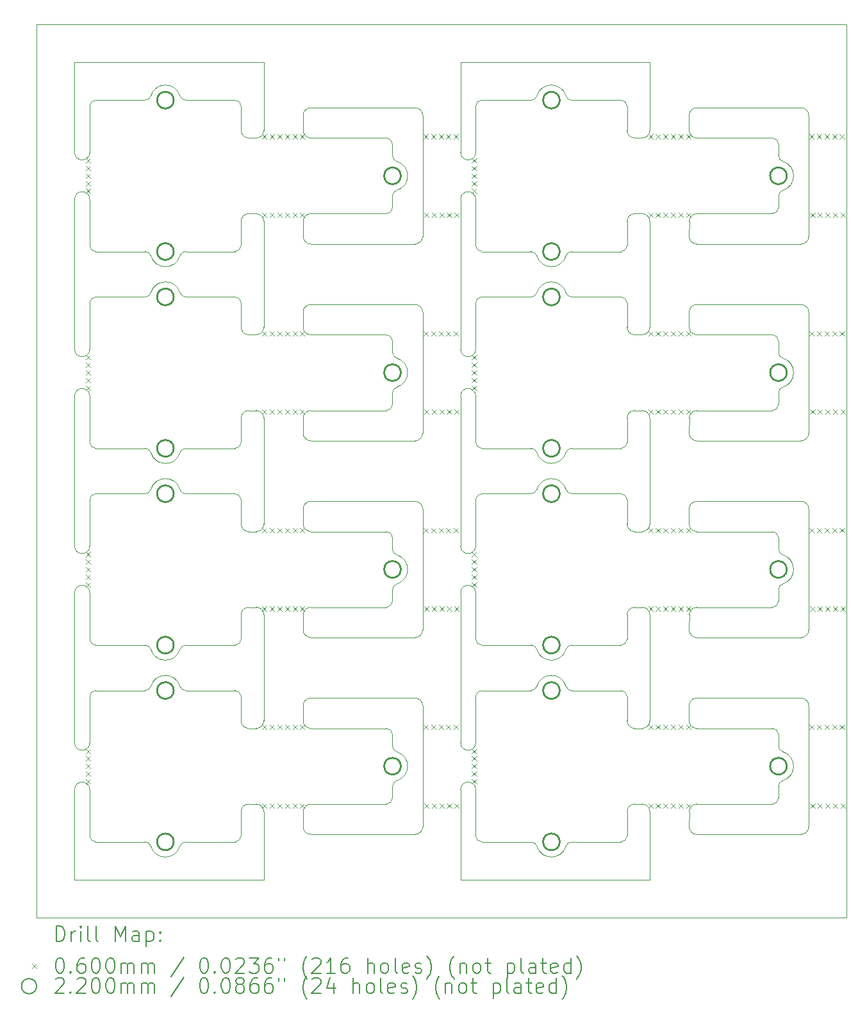
<source format=gbr>
%TF.GenerationSoftware,KiCad,Pcbnew,9.0.3*%
%TF.CreationDate,2025-08-08T18:23:52+02:00*%
%TF.ProjectId,iagabel-panel,69616761-6265-46c2-9d70-616e656c2e6b,rev?*%
%TF.SameCoordinates,Original*%
%TF.FileFunction,Drillmap*%
%TF.FilePolarity,Positive*%
%FSLAX45Y45*%
G04 Gerber Fmt 4.5, Leading zero omitted, Abs format (unit mm)*
G04 Created by KiCad (PCBNEW 9.0.3) date 2025-08-08 18:23:52*
%MOMM*%
%LPD*%
G01*
G04 APERTURE LIST*
%ADD10C,0.050000*%
%ADD11C,0.200000*%
%ADD12C,0.100000*%
%ADD13C,0.220000*%
G04 APERTURE END LIST*
D10*
X-700000Y1000000D02*
X10000000Y1000000D01*
X10000000Y-10800000D01*
X-700000Y-10800000D01*
X-700000Y1000000D01*
X7400000Y-10300000D02*
X7400000Y-10100000D01*
X4900000Y-10300000D02*
X7400000Y-10300000D01*
X4900000Y-10100000D02*
X4900000Y-10300000D01*
X2300000Y-10300000D02*
X2300000Y-10100000D01*
X-200000Y-10300000D02*
X2300000Y-10300000D01*
X-200000Y-10100000D02*
X-200000Y-10300000D01*
X7400000Y500000D02*
X7400000Y300000D01*
X4900000Y500000D02*
X7400000Y500000D01*
X4900000Y300000D02*
X4900000Y500000D01*
X2300000Y500000D02*
X2300000Y300000D01*
X-200000Y500000D02*
X2300000Y500000D01*
X-200000Y300000D02*
X-200000Y500000D01*
X2820000Y-8200000D02*
X2820000Y-8000000D01*
X-200000Y-9110000D02*
G75*
G02*
X0Y-9110000I100000J0D01*
G01*
X2000000Y-7880000D02*
X2000000Y-8200000D01*
X2000000Y-9720000D02*
X2000000Y-9400000D01*
X4400000Y-9600000D02*
G75*
G02*
X4300000Y-9700000I-100000J0D01*
G01*
X2820711Y-9400000D02*
G75*
G02*
X2920711Y-9300001I99999J0D01*
G01*
X3Y-8489289D02*
G75*
G02*
X-200000Y-8490000I-100002J0D01*
G01*
X2300000Y-8200000D02*
X2300000Y-7500000D01*
X0Y-9110000D02*
X0Y-9720000D01*
X2920000Y-9700000D02*
G75*
G02*
X2820000Y-9600000I0J100000D01*
G01*
X2100000Y-9300000D02*
X2200000Y-9300000D01*
X2100000Y-8300000D02*
X2200000Y-8300000D01*
X2000000Y-9400000D02*
G75*
G02*
X2100000Y-9300000I100000J0D01*
G01*
X2300000Y-8200000D02*
G75*
G02*
X2200000Y-8300000I-100000J0D01*
G01*
X2820000Y-8000000D02*
G75*
G02*
X2920000Y-7900000I100000J0D01*
G01*
X2200000Y-9300000D02*
G75*
G02*
X2300000Y-9400000I0J-100000D01*
G01*
X2920000Y-8300000D02*
X3920000Y-8300000D01*
X-200000Y-9110000D02*
X-200000Y-10100000D01*
X4300000Y-7900000D02*
G75*
G02*
X4400000Y-8000000I0J-100000D01*
G01*
X2920000Y-9700000D02*
X4300000Y-9700000D01*
X0Y-7880000D02*
X3Y-8489289D01*
X2920000Y-8300000D02*
G75*
G02*
X2820000Y-8200000I0J100000D01*
G01*
X4400000Y-8000000D02*
X4400000Y-9600000D01*
X2820711Y-9400000D02*
X2820000Y-9600000D01*
X2100000Y-8300000D02*
G75*
G02*
X2000000Y-8200000I0J100000D01*
G01*
X2920711Y-9300000D02*
X3920000Y-9300000D01*
X-200000Y-8490000D02*
X-200000Y-7500000D01*
X2300000Y-9400000D02*
X2300000Y-10100000D01*
X2920000Y-7900000D02*
X4300000Y-7900000D01*
X3920000Y-8300000D02*
G75*
G02*
X4000000Y-8380000I0J-80000D01*
G01*
X2000000Y-9720000D02*
G75*
G02*
X1920000Y-9800000I-80000J0D01*
G01*
X1920000Y-7800000D02*
G75*
G02*
X2000000Y-7880000I0J-80000D01*
G01*
X4057143Y-8608337D02*
G75*
G02*
X4000000Y-8531133I22857J76667D01*
G01*
X4000000Y-9068330D02*
G75*
G02*
X4057143Y-8991665I80000J0D01*
G01*
X4000000Y-8531133D02*
X4000000Y-8380000D01*
X80000Y-7800000D02*
X731674Y-7800000D01*
X808337Y-7742857D02*
G75*
G02*
X1191663Y-7742857I191663J-57143D01*
G01*
X731670Y-9800000D02*
G75*
G02*
X808335Y-9857143I0J-80000D01*
G01*
X1191663Y-9857143D02*
G75*
G02*
X808337Y-9857143I-191663J57143D01*
G01*
X1268330Y-7800000D02*
G75*
G02*
X1191665Y-7742857I0J80000D01*
G01*
X4000000Y-9220000D02*
X4000000Y-9068330D01*
X1191663Y-9857143D02*
G75*
G02*
X1268867Y-9800000I76667J-22857D01*
G01*
X0Y-7880000D02*
G75*
G02*
X80000Y-7800000I80000J0D01*
G01*
X80000Y-9800000D02*
G75*
G02*
X0Y-9720000I0J80000D01*
G01*
X1268867Y-9800000D02*
X1920000Y-9800000D01*
X80000Y-9800000D02*
X731670Y-9800000D01*
X808337Y-7742857D02*
G75*
G02*
X731674Y-7800000I-76663J22854D01*
G01*
X1268330Y-7800000D02*
X1920000Y-7800000D01*
X4000000Y-9220000D02*
G75*
G02*
X3920000Y-9300000I-80000J0D01*
G01*
X4057143Y-8608337D02*
G75*
G02*
X4057143Y-8991663I-57143J-191663D01*
G01*
X7920000Y-5600000D02*
X7920000Y-5400000D01*
X4900000Y-6510000D02*
G75*
G02*
X5100000Y-6510000I100000J0D01*
G01*
X7100000Y-5280000D02*
X7100000Y-5600000D01*
X7100000Y-7120000D02*
X7100000Y-6800000D01*
X9500000Y-7000000D02*
G75*
G02*
X9400000Y-7100000I-100000J0D01*
G01*
X7920711Y-6800000D02*
G75*
G02*
X8020711Y-6700001I99999J0D01*
G01*
X5100003Y-5889289D02*
G75*
G02*
X4900000Y-5890000I-100003J0D01*
G01*
X7400000Y-5600000D02*
X7400000Y-4900000D01*
X5100000Y-6510000D02*
X5100000Y-7120000D01*
X8020000Y-7100000D02*
G75*
G02*
X7920000Y-7000000I0J100000D01*
G01*
X7200000Y-6700000D02*
X7300000Y-6700000D01*
X7200000Y-5700000D02*
X7300000Y-5700000D01*
X7100000Y-6800000D02*
G75*
G02*
X7200000Y-6700000I100000J0D01*
G01*
X7400000Y-5600000D02*
G75*
G02*
X7300000Y-5700000I-100000J0D01*
G01*
X7920000Y-5400000D02*
G75*
G02*
X8020000Y-5300000I100000J0D01*
G01*
X7300000Y-6700000D02*
G75*
G02*
X7400000Y-6800000I0J-100000D01*
G01*
X8020000Y-5700000D02*
X9020000Y-5700000D01*
X4900000Y-6510000D02*
X4900000Y-7500000D01*
X9400000Y-5300000D02*
G75*
G02*
X9500000Y-5400000I0J-100000D01*
G01*
X8020000Y-7100000D02*
X9400000Y-7100000D01*
X5100000Y-5280000D02*
X5100003Y-5889289D01*
X8020000Y-5700000D02*
G75*
G02*
X7920000Y-5600000I0J100000D01*
G01*
X9500000Y-5400000D02*
X9500000Y-7000000D01*
X7920711Y-6800000D02*
X7920000Y-7000000D01*
X7200000Y-5700000D02*
G75*
G02*
X7100000Y-5600000I0J100000D01*
G01*
X8020711Y-6700000D02*
X9020000Y-6700000D01*
X4900000Y-5890000D02*
X4900000Y-4900000D01*
X7400000Y-6800000D02*
X7400000Y-7500000D01*
X8020000Y-5300000D02*
X9400000Y-5300000D01*
X9020000Y-5700000D02*
G75*
G02*
X9100000Y-5780000I0J-80000D01*
G01*
X7100000Y-7120000D02*
G75*
G02*
X7020000Y-7200000I-80000J0D01*
G01*
X7020000Y-5200000D02*
G75*
G02*
X7100000Y-5280000I0J-80000D01*
G01*
X9157143Y-6008337D02*
G75*
G02*
X9100000Y-5931133I22857J76667D01*
G01*
X9100000Y-6468330D02*
G75*
G02*
X9157143Y-6391665I80000J0D01*
G01*
X9100000Y-5931133D02*
X9100000Y-5780000D01*
X5180000Y-5200000D02*
X5831674Y-5200000D01*
X5908337Y-5142857D02*
G75*
G02*
X6291663Y-5142857I191663J-57143D01*
G01*
X5831670Y-7200000D02*
G75*
G02*
X5908335Y-7257143I0J-80000D01*
G01*
X6291663Y-7257143D02*
G75*
G02*
X5908337Y-7257143I-191663J57143D01*
G01*
X6368330Y-5200000D02*
G75*
G02*
X6291664Y-5142857I0J80000D01*
G01*
X9100000Y-6620000D02*
X9100000Y-6468330D01*
X6291663Y-7257143D02*
G75*
G02*
X6368867Y-7200000I76667J-22857D01*
G01*
X5100000Y-5280000D02*
G75*
G02*
X5180000Y-5200000I80000J0D01*
G01*
X5180000Y-7200000D02*
G75*
G02*
X5100000Y-7120000I0J80000D01*
G01*
X6368867Y-7200000D02*
X7020000Y-7200000D01*
X5180000Y-7200000D02*
X5831670Y-7200000D01*
X5908337Y-5142857D02*
G75*
G02*
X5831674Y-5200000I-76663J22854D01*
G01*
X6368330Y-5200000D02*
X7020000Y-5200000D01*
X9100000Y-6620000D02*
G75*
G02*
X9020000Y-6700000I-80000J0D01*
G01*
X9157143Y-6008337D02*
G75*
G02*
X9157143Y-6391663I-57143J-191663D01*
G01*
X2820000Y-5600000D02*
X2820000Y-5400000D01*
X-200000Y-6510000D02*
G75*
G02*
X0Y-6510000I100000J0D01*
G01*
X2000000Y-5280000D02*
X2000000Y-5600000D01*
X2000000Y-7120000D02*
X2000000Y-6800000D01*
X4400000Y-7000000D02*
G75*
G02*
X4300000Y-7100000I-100000J0D01*
G01*
X2820711Y-6800000D02*
G75*
G02*
X2920711Y-6700001I99999J0D01*
G01*
X3Y-5889289D02*
G75*
G02*
X-200000Y-5890000I-100002J0D01*
G01*
X2300000Y-5600000D02*
X2300000Y-4900000D01*
X0Y-6510000D02*
X0Y-7120000D01*
X2920000Y-7100000D02*
G75*
G02*
X2820000Y-7000000I0J100000D01*
G01*
X2100000Y-6700000D02*
X2200000Y-6700000D01*
X2100000Y-5700000D02*
X2200000Y-5700000D01*
X2000000Y-6800000D02*
G75*
G02*
X2100000Y-6700000I100000J0D01*
G01*
X2300000Y-5600000D02*
G75*
G02*
X2200000Y-5700000I-100000J0D01*
G01*
X2820000Y-5400000D02*
G75*
G02*
X2920000Y-5300000I100000J0D01*
G01*
X2200000Y-6700000D02*
G75*
G02*
X2300000Y-6800000I0J-100000D01*
G01*
X2920000Y-5700000D02*
X3920000Y-5700000D01*
X-200000Y-6510000D02*
X-200000Y-7500000D01*
X4300000Y-5300000D02*
G75*
G02*
X4400000Y-5400000I0J-100000D01*
G01*
X2920000Y-7100000D02*
X4300000Y-7100000D01*
X0Y-5280000D02*
X3Y-5889289D01*
X2920000Y-5700000D02*
G75*
G02*
X2820000Y-5600000I0J100000D01*
G01*
X4400000Y-5400000D02*
X4400000Y-7000000D01*
X2820711Y-6800000D02*
X2820000Y-7000000D01*
X2100000Y-5700000D02*
G75*
G02*
X2000000Y-5600000I0J100000D01*
G01*
X2920711Y-6700000D02*
X3920000Y-6700000D01*
X-200000Y-5890000D02*
X-200000Y-4900000D01*
X2300000Y-6800000D02*
X2300000Y-7500000D01*
X2920000Y-5300000D02*
X4300000Y-5300000D01*
X3920000Y-5700000D02*
G75*
G02*
X4000000Y-5780000I0J-80000D01*
G01*
X2000000Y-7120000D02*
G75*
G02*
X1920000Y-7200000I-80000J0D01*
G01*
X1920000Y-5200000D02*
G75*
G02*
X2000000Y-5280000I0J-80000D01*
G01*
X4057143Y-6008337D02*
G75*
G02*
X4000000Y-5931133I22857J76667D01*
G01*
X4000000Y-6468330D02*
G75*
G02*
X4057143Y-6391665I80000J0D01*
G01*
X4000000Y-5931133D02*
X4000000Y-5780000D01*
X80000Y-5200000D02*
X731674Y-5200000D01*
X808337Y-5142857D02*
G75*
G02*
X1191663Y-5142857I191663J-57143D01*
G01*
X731670Y-7200000D02*
G75*
G02*
X808335Y-7257143I0J-80000D01*
G01*
X1191663Y-7257143D02*
G75*
G02*
X808337Y-7257143I-191663J57143D01*
G01*
X1268330Y-5200000D02*
G75*
G02*
X1191665Y-5142857I0J80000D01*
G01*
X4000000Y-6620000D02*
X4000000Y-6468330D01*
X1191663Y-7257143D02*
G75*
G02*
X1268867Y-7200000I76667J-22857D01*
G01*
X0Y-5280000D02*
G75*
G02*
X80000Y-5200000I80000J0D01*
G01*
X80000Y-7200000D02*
G75*
G02*
X0Y-7120000I0J80000D01*
G01*
X1268867Y-7200000D02*
X1920000Y-7200000D01*
X80000Y-7200000D02*
X731670Y-7200000D01*
X808337Y-5142857D02*
G75*
G02*
X731674Y-5200000I-76663J22854D01*
G01*
X1268330Y-5200000D02*
X1920000Y-5200000D01*
X4000000Y-6620000D02*
G75*
G02*
X3920000Y-6700000I-80000J0D01*
G01*
X4057143Y-6008337D02*
G75*
G02*
X4057143Y-6391663I-57143J-191663D01*
G01*
X7920000Y-3000000D02*
X7920000Y-2800000D01*
X4900000Y-3910000D02*
G75*
G02*
X5100000Y-3910000I100000J0D01*
G01*
X7100000Y-2680000D02*
X7100000Y-3000000D01*
X7100000Y-4520000D02*
X7100000Y-4200000D01*
X9500000Y-4400000D02*
G75*
G02*
X9400000Y-4500000I-100000J0D01*
G01*
X7920711Y-4200000D02*
G75*
G02*
X8020711Y-4100001I99999J0D01*
G01*
X5100003Y-3289289D02*
G75*
G02*
X4900000Y-3290000I-100003J0D01*
G01*
X7400000Y-3000000D02*
X7400000Y-2300000D01*
X5100000Y-3910000D02*
X5100000Y-4520000D01*
X8020000Y-4500000D02*
G75*
G02*
X7920000Y-4400000I0J100000D01*
G01*
X7200000Y-4100000D02*
X7300000Y-4100000D01*
X7200000Y-3100000D02*
X7300000Y-3100000D01*
X7100000Y-4200000D02*
G75*
G02*
X7200000Y-4100000I100000J0D01*
G01*
X7400000Y-3000000D02*
G75*
G02*
X7300000Y-3100000I-100000J0D01*
G01*
X7920000Y-2800000D02*
G75*
G02*
X8020000Y-2700000I100000J0D01*
G01*
X7300000Y-4100000D02*
G75*
G02*
X7400000Y-4200000I0J-100000D01*
G01*
X8020000Y-3100000D02*
X9020000Y-3100000D01*
X4900000Y-3910000D02*
X4900000Y-4900000D01*
X9400000Y-2700000D02*
G75*
G02*
X9500000Y-2800000I0J-100000D01*
G01*
X8020000Y-4500000D02*
X9400000Y-4500000D01*
X5100000Y-2680000D02*
X5100003Y-3289289D01*
X8020000Y-3100000D02*
G75*
G02*
X7920000Y-3000000I0J100000D01*
G01*
X9500000Y-2800000D02*
X9500000Y-4400000D01*
X7920711Y-4200000D02*
X7920000Y-4400000D01*
X7200000Y-3100000D02*
G75*
G02*
X7100000Y-3000000I0J100000D01*
G01*
X8020711Y-4100000D02*
X9020000Y-4100000D01*
X4900000Y-3290000D02*
X4900000Y-2300000D01*
X7400000Y-4200000D02*
X7400000Y-4900000D01*
X8020000Y-2700000D02*
X9400000Y-2700000D01*
X9020000Y-3100000D02*
G75*
G02*
X9100000Y-3180000I0J-80000D01*
G01*
X7100000Y-4520000D02*
G75*
G02*
X7020000Y-4600000I-80000J0D01*
G01*
X7020000Y-2600000D02*
G75*
G02*
X7100000Y-2680000I0J-80000D01*
G01*
X9157143Y-3408337D02*
G75*
G02*
X9100000Y-3331133I22857J76667D01*
G01*
X9100000Y-3868330D02*
G75*
G02*
X9157143Y-3791665I80000J0D01*
G01*
X9100000Y-3331133D02*
X9100000Y-3180000D01*
X5180000Y-2600000D02*
X5831674Y-2600000D01*
X5908337Y-2542857D02*
G75*
G02*
X6291663Y-2542857I191663J-57143D01*
G01*
X5831670Y-4600000D02*
G75*
G02*
X5908335Y-4657143I0J-80000D01*
G01*
X6291663Y-4657143D02*
G75*
G02*
X5908337Y-4657143I-191663J57143D01*
G01*
X6368330Y-2600000D02*
G75*
G02*
X6291664Y-2542857I0J80000D01*
G01*
X9100000Y-4020000D02*
X9100000Y-3868330D01*
X6291663Y-4657143D02*
G75*
G02*
X6368867Y-4600000I76667J-22857D01*
G01*
X5100000Y-2680000D02*
G75*
G02*
X5180000Y-2600000I80000J0D01*
G01*
X5180000Y-4600000D02*
G75*
G02*
X5100000Y-4520000I0J80000D01*
G01*
X6368867Y-4600000D02*
X7020000Y-4600000D01*
X5180000Y-4600000D02*
X5831670Y-4600000D01*
X5908337Y-2542857D02*
G75*
G02*
X5831674Y-2600000I-76663J22854D01*
G01*
X6368330Y-2600000D02*
X7020000Y-2600000D01*
X9100000Y-4020000D02*
G75*
G02*
X9020000Y-4100000I-80000J0D01*
G01*
X9157143Y-3408337D02*
G75*
G02*
X9157143Y-3791663I-57143J-191663D01*
G01*
X2820000Y-3000000D02*
X2820000Y-2800000D01*
X-200000Y-3910000D02*
G75*
G02*
X0Y-3910000I100000J0D01*
G01*
X2000000Y-2680000D02*
X2000000Y-3000000D01*
X2000000Y-4520000D02*
X2000000Y-4200000D01*
X4400000Y-4400000D02*
G75*
G02*
X4300000Y-4500000I-100000J0D01*
G01*
X2820711Y-4200000D02*
G75*
G02*
X2920711Y-4100001I99999J0D01*
G01*
X3Y-3289289D02*
G75*
G02*
X-200000Y-3290000I-100002J0D01*
G01*
X2300000Y-3000000D02*
X2300000Y-2300000D01*
X0Y-3910000D02*
X0Y-4520000D01*
X2920000Y-4500000D02*
G75*
G02*
X2820000Y-4400000I0J100000D01*
G01*
X2100000Y-4100000D02*
X2200000Y-4100000D01*
X2100000Y-3100000D02*
X2200000Y-3100000D01*
X2000000Y-4200000D02*
G75*
G02*
X2100000Y-4100000I100000J0D01*
G01*
X2300000Y-3000000D02*
G75*
G02*
X2200000Y-3100000I-100000J0D01*
G01*
X2820000Y-2800000D02*
G75*
G02*
X2920000Y-2700000I100000J0D01*
G01*
X2200000Y-4100000D02*
G75*
G02*
X2300000Y-4200000I0J-100000D01*
G01*
X2920000Y-3100000D02*
X3920000Y-3100000D01*
X-200000Y-3910000D02*
X-200000Y-4900000D01*
X4300000Y-2700000D02*
G75*
G02*
X4400000Y-2800000I0J-100000D01*
G01*
X2920000Y-4500000D02*
X4300000Y-4500000D01*
X0Y-2680000D02*
X3Y-3289289D01*
X2920000Y-3100000D02*
G75*
G02*
X2820000Y-3000000I0J100000D01*
G01*
X4400000Y-2800000D02*
X4400000Y-4400000D01*
X2820711Y-4200000D02*
X2820000Y-4400000D01*
X2100000Y-3100000D02*
G75*
G02*
X2000000Y-3000000I0J100000D01*
G01*
X2920711Y-4100000D02*
X3920000Y-4100000D01*
X-200000Y-3290000D02*
X-200000Y-2300000D01*
X2300000Y-4200000D02*
X2300000Y-4900000D01*
X2920000Y-2700000D02*
X4300000Y-2700000D01*
X3920000Y-3100000D02*
G75*
G02*
X4000000Y-3180000I0J-80000D01*
G01*
X2000000Y-4520000D02*
G75*
G02*
X1920000Y-4600000I-80000J0D01*
G01*
X1920000Y-2600000D02*
G75*
G02*
X2000000Y-2680000I0J-80000D01*
G01*
X4057143Y-3408337D02*
G75*
G02*
X4000000Y-3331133I22857J76667D01*
G01*
X4000000Y-3868330D02*
G75*
G02*
X4057143Y-3791665I80000J0D01*
G01*
X4000000Y-3331133D02*
X4000000Y-3180000D01*
X80000Y-2600000D02*
X731674Y-2600000D01*
X808337Y-2542857D02*
G75*
G02*
X1191663Y-2542857I191663J-57143D01*
G01*
X731670Y-4600000D02*
G75*
G02*
X808335Y-4657143I0J-80000D01*
G01*
X1191663Y-4657143D02*
G75*
G02*
X808337Y-4657143I-191663J57143D01*
G01*
X1268330Y-2600000D02*
G75*
G02*
X1191665Y-2542857I0J80000D01*
G01*
X4000000Y-4020000D02*
X4000000Y-3868330D01*
X1191663Y-4657143D02*
G75*
G02*
X1268867Y-4600000I76667J-22857D01*
G01*
X0Y-2680000D02*
G75*
G02*
X80000Y-2600000I80000J0D01*
G01*
X80000Y-4600000D02*
G75*
G02*
X0Y-4520000I0J80000D01*
G01*
X1268867Y-4600000D02*
X1920000Y-4600000D01*
X80000Y-4600000D02*
X731670Y-4600000D01*
X808337Y-2542857D02*
G75*
G02*
X731674Y-2600000I-76663J22854D01*
G01*
X1268330Y-2600000D02*
X1920000Y-2600000D01*
X4000000Y-4020000D02*
G75*
G02*
X3920000Y-4100000I-80000J0D01*
G01*
X4057143Y-3408337D02*
G75*
G02*
X4057143Y-3791663I-57143J-191663D01*
G01*
X7920000Y-400000D02*
X7920000Y-200000D01*
X4900000Y-1310000D02*
G75*
G02*
X5100000Y-1310000I100000J0D01*
G01*
X7100000Y-80000D02*
X7100000Y-400000D01*
X7100000Y-1920000D02*
X7100000Y-1600000D01*
X9500000Y-1800000D02*
G75*
G02*
X9400000Y-1900000I-100000J0D01*
G01*
X7920711Y-1600000D02*
G75*
G02*
X8020711Y-1500001I99999J0D01*
G01*
X5100003Y-689289D02*
G75*
G02*
X4900000Y-690000I-100003J0D01*
G01*
X7400000Y-400000D02*
X7400000Y300000D01*
X5100000Y-1310000D02*
X5100000Y-1920000D01*
X8020000Y-1900000D02*
G75*
G02*
X7920000Y-1800000I0J100000D01*
G01*
X7200000Y-1500000D02*
X7300000Y-1500000D01*
X7200000Y-500000D02*
X7300000Y-500000D01*
X7100000Y-1600000D02*
G75*
G02*
X7200000Y-1500000I100000J0D01*
G01*
X7400000Y-400000D02*
G75*
G02*
X7300000Y-500000I-100000J0D01*
G01*
X7920000Y-200000D02*
G75*
G02*
X8020000Y-100000I100000J0D01*
G01*
X7300000Y-1500000D02*
G75*
G02*
X7400000Y-1600000I0J-100000D01*
G01*
X8020000Y-500000D02*
X9020000Y-500000D01*
X4900000Y-1310000D02*
X4900000Y-2300000D01*
X9400000Y-100000D02*
G75*
G02*
X9500000Y-200000I0J-100000D01*
G01*
X8020000Y-1900000D02*
X9400000Y-1900000D01*
X5100000Y-80000D02*
X5100003Y-689289D01*
X8020000Y-500000D02*
G75*
G02*
X7920000Y-400000I0J100000D01*
G01*
X9500000Y-200000D02*
X9500000Y-1800000D01*
X7920711Y-1600000D02*
X7920000Y-1800000D01*
X7200000Y-500000D02*
G75*
G02*
X7100000Y-400000I0J100000D01*
G01*
X8020711Y-1500000D02*
X9020000Y-1500000D01*
X4900000Y-690000D02*
X4900000Y300000D01*
X7400000Y-1600000D02*
X7400000Y-2300000D01*
X8020000Y-100000D02*
X9400000Y-100000D01*
X9020000Y-500000D02*
G75*
G02*
X9100000Y-580000I0J-80000D01*
G01*
X7100000Y-1920000D02*
G75*
G02*
X7020000Y-2000000I-80000J0D01*
G01*
X7020000Y0D02*
G75*
G02*
X7100000Y-80000I0J-80000D01*
G01*
X9157143Y-808337D02*
G75*
G02*
X9100000Y-731133I22857J76667D01*
G01*
X9100000Y-1268330D02*
G75*
G02*
X9157143Y-1191665I80000J0D01*
G01*
X9100000Y-731133D02*
X9100000Y-580000D01*
X5180000Y0D02*
X5831674Y0D01*
X5908337Y57143D02*
G75*
G02*
X6291663Y57143I191663J-57143D01*
G01*
X5831670Y-2000000D02*
G75*
G02*
X5908335Y-2057143I0J-80000D01*
G01*
X6291663Y-2057143D02*
G75*
G02*
X5908337Y-2057143I-191663J57143D01*
G01*
X6368330Y0D02*
G75*
G02*
X6291664Y57143I0J80000D01*
G01*
X9100000Y-1420000D02*
X9100000Y-1268330D01*
X6291663Y-2057143D02*
G75*
G02*
X6368867Y-2000000I76667J-22857D01*
G01*
X5100000Y-80000D02*
G75*
G02*
X5180000Y0I80000J0D01*
G01*
X5180000Y-2000000D02*
G75*
G02*
X5100000Y-1920000I0J80000D01*
G01*
X6368867Y-2000000D02*
X7020000Y-2000000D01*
X5180000Y-2000000D02*
X5831670Y-2000000D01*
X5908337Y57143D02*
G75*
G02*
X5831674Y0I-76663J22854D01*
G01*
X6368330Y0D02*
X7020000Y0D01*
X9100000Y-1420000D02*
G75*
G02*
X9020000Y-1500000I-80000J0D01*
G01*
X9157143Y-808337D02*
G75*
G02*
X9157143Y-1191663I-57143J-191663D01*
G01*
X2820000Y-400000D02*
X2820000Y-200000D01*
X-200000Y-1310000D02*
G75*
G02*
X0Y-1310000I100000J0D01*
G01*
X2000000Y-80000D02*
X2000000Y-400000D01*
X2000000Y-1920000D02*
X2000000Y-1600000D01*
X4400000Y-1800000D02*
G75*
G02*
X4300000Y-1900000I-100000J0D01*
G01*
X2820711Y-1600000D02*
G75*
G02*
X2920711Y-1500001I99999J0D01*
G01*
X3Y-689289D02*
G75*
G02*
X-200000Y-690000I-100002J0D01*
G01*
X2300000Y-400000D02*
X2300000Y300000D01*
X0Y-1310000D02*
X0Y-1920000D01*
X2920000Y-1900000D02*
G75*
G02*
X2820000Y-1800000I0J100000D01*
G01*
X2100000Y-1500000D02*
X2200000Y-1500000D01*
X2100000Y-500000D02*
X2200000Y-500000D01*
X2000000Y-1600000D02*
G75*
G02*
X2100000Y-1500000I100000J0D01*
G01*
X2300000Y-400000D02*
G75*
G02*
X2200000Y-500000I-100000J0D01*
G01*
X2820000Y-200000D02*
G75*
G02*
X2920000Y-100000I100000J0D01*
G01*
X2200000Y-1500000D02*
G75*
G02*
X2300000Y-1600000I0J-100000D01*
G01*
X2920000Y-500000D02*
X3920000Y-500000D01*
X-200000Y-1310000D02*
X-200000Y-2300000D01*
X4300000Y-100000D02*
G75*
G02*
X4400000Y-200000I0J-100000D01*
G01*
X2920000Y-1900000D02*
X4300000Y-1900000D01*
X0Y-80000D02*
X3Y-689289D01*
X2920000Y-500000D02*
G75*
G02*
X2820000Y-400000I0J100000D01*
G01*
X4400000Y-200000D02*
X4400000Y-1800000D01*
X2820711Y-1600000D02*
X2820000Y-1800000D01*
X2100000Y-500000D02*
G75*
G02*
X2000000Y-400000I0J100000D01*
G01*
X2920711Y-1500000D02*
X3920000Y-1500000D01*
X-200000Y-690000D02*
X-200000Y300000D01*
X2300000Y-1600000D02*
X2300000Y-2300000D01*
X2920000Y-100000D02*
X4300000Y-100000D01*
X3920000Y-500000D02*
G75*
G02*
X4000000Y-580000I0J-80000D01*
G01*
X2000000Y-1920000D02*
G75*
G02*
X1920000Y-2000000I-80000J0D01*
G01*
X1920000Y0D02*
G75*
G02*
X2000000Y-80000I0J-80000D01*
G01*
X4057143Y-808337D02*
G75*
G02*
X4000000Y-731133I22857J76667D01*
G01*
X4000000Y-1268330D02*
G75*
G02*
X4057143Y-1191665I80000J0D01*
G01*
X4000000Y-731133D02*
X4000000Y-580000D01*
X80000Y0D02*
X731674Y0D01*
X808337Y57143D02*
G75*
G02*
X1191663Y57143I191663J-57143D01*
G01*
X731670Y-2000000D02*
G75*
G02*
X808335Y-2057143I0J-80000D01*
G01*
X1191663Y-2057143D02*
G75*
G02*
X808337Y-2057143I-191663J57143D01*
G01*
X1268330Y0D02*
G75*
G02*
X1191665Y57143I0J80000D01*
G01*
X4000000Y-1420000D02*
X4000000Y-1268330D01*
X1191663Y-2057143D02*
G75*
G02*
X1268867Y-2000000I76667J-22857D01*
G01*
X0Y-80000D02*
G75*
G02*
X80000Y0I80000J0D01*
G01*
X80000Y-2000000D02*
G75*
G02*
X0Y-1920000I0J80000D01*
G01*
X1268867Y-2000000D02*
X1920000Y-2000000D01*
X80000Y-2000000D02*
X731670Y-2000000D01*
X808337Y57143D02*
G75*
G02*
X731674Y0I-76663J22854D01*
G01*
X1268330Y0D02*
X1920000Y0D01*
X4000000Y-1420000D02*
G75*
G02*
X3920000Y-1500000I-80000J0D01*
G01*
X4057143Y-808337D02*
G75*
G02*
X4057143Y-1191663I-57143J-191663D01*
G01*
X7920000Y-8200000D02*
X7920000Y-8000000D01*
X4900000Y-9110000D02*
G75*
G02*
X5100000Y-9110000I100000J0D01*
G01*
X7100000Y-7880000D02*
X7100000Y-8200000D01*
X7100000Y-9720000D02*
X7100000Y-9400000D01*
X7920711Y-9400000D02*
G75*
G02*
X8020711Y-9300001I99999J0D01*
G01*
X5100003Y-8489289D02*
G75*
G02*
X4900000Y-8490000I-100003J0D01*
G01*
X7400000Y-8200000D02*
X7400000Y-7500000D01*
X7200000Y-9300000D02*
X7300000Y-9300000D01*
X7200000Y-8300000D02*
X7300000Y-8300000D01*
X7400000Y-8200000D02*
G75*
G02*
X7300000Y-8300000I-100000J0D01*
G01*
X8020000Y-8300000D02*
X9020000Y-8300000D01*
X8020000Y-9700000D02*
X9400000Y-9700000D01*
X7920000Y-8000000D02*
G75*
G02*
X8020000Y-7900000I100000J0D01*
G01*
X5100000Y-7880000D02*
X5100003Y-8489289D01*
X8020000Y-8300000D02*
G75*
G02*
X7920000Y-8200000I0J100000D01*
G01*
X7200000Y-8300000D02*
G75*
G02*
X7100000Y-8200000I0J100000D01*
G01*
X8020711Y-9300000D02*
X9020000Y-9300000D01*
X4900000Y-8490000D02*
X4900000Y-7500000D01*
X8020000Y-7900000D02*
X9400000Y-7900000D01*
X6368330Y-7800000D02*
X7020000Y-7800000D01*
X9500000Y-9600000D02*
G75*
G02*
X9400000Y-9700000I-100000J0D01*
G01*
X7300000Y-9300000D02*
G75*
G02*
X7400000Y-9400000I0J-100000D01*
G01*
X7400000Y-9400000D02*
X7400000Y-10100000D01*
X5180000Y-7800000D02*
X5831674Y-7800000D01*
X5100000Y-7880000D02*
G75*
G02*
X5180000Y-7800000I80000J0D01*
G01*
X9100000Y-8531133D02*
X9100000Y-8380000D01*
X8020000Y-9700000D02*
G75*
G02*
X7920000Y-9600000I0J100000D01*
G01*
X9100000Y-9220000D02*
X9100000Y-9068330D01*
X9500000Y-8000000D02*
X9500000Y-9600000D01*
X7020000Y-7800000D02*
G75*
G02*
X7100000Y-7880000I0J-80000D01*
G01*
X6368330Y-7800000D02*
G75*
G02*
X6291664Y-7742857I0J80000D01*
G01*
X6291663Y-9857143D02*
G75*
G02*
X5908337Y-9857143I-191663J57143D01*
G01*
X9100000Y-9068330D02*
G75*
G02*
X9157143Y-8991665I80000J0D01*
G01*
X9157143Y-8608337D02*
G75*
G02*
X9100000Y-8531133I22857J76667D01*
G01*
X5908337Y-7742857D02*
G75*
G02*
X6291663Y-7742857I191663J-57143D01*
G01*
X5831670Y-9800000D02*
G75*
G02*
X5908335Y-9857143I0J-80000D01*
G01*
X5180000Y-9800000D02*
G75*
G02*
X5100000Y-9720000I0J80000D01*
G01*
X6368867Y-9800000D02*
X7020000Y-9800000D01*
X5100000Y-9110000D02*
X5100000Y-9720000D01*
X7920711Y-9400000D02*
X7920000Y-9600000D01*
X5180000Y-9800000D02*
X5831670Y-9800000D01*
X7100000Y-9400000D02*
G75*
G02*
X7200000Y-9300000I100000J0D01*
G01*
X5908337Y-7742857D02*
G75*
G02*
X5831674Y-7800000I-76663J22854D01*
G01*
X7100000Y-9720000D02*
G75*
G02*
X7020000Y-9800000I-80000J0D01*
G01*
X4900000Y-9110000D02*
X4900000Y-10100000D01*
X9400000Y-7900000D02*
G75*
G02*
X9500000Y-8000000I0J-100000D01*
G01*
X9020000Y-8300000D02*
G75*
G02*
X9100000Y-8380000I0J-80000D01*
G01*
X9157143Y-8608337D02*
G75*
G02*
X9157143Y-8991663I-57143J-191663D01*
G01*
X6291663Y-9857143D02*
G75*
G02*
X6368867Y-9800000I76667J-22857D01*
G01*
X9100000Y-9220000D02*
G75*
G02*
X9020000Y-9300000I-80000J0D01*
G01*
D11*
D12*
X-50000Y-770000D02*
X10000Y-830000D01*
X10000Y-770000D02*
X-50000Y-830000D01*
X-50000Y-870000D02*
X10000Y-930000D01*
X10000Y-870000D02*
X-50000Y-930000D01*
X-50000Y-970000D02*
X10000Y-1030000D01*
X10000Y-970000D02*
X-50000Y-1030000D01*
X-50000Y-1070000D02*
X10000Y-1130000D01*
X10000Y-1070000D02*
X-50000Y-1130000D01*
X-50000Y-1170000D02*
X10000Y-1230000D01*
X10000Y-1170000D02*
X-50000Y-1230000D01*
X-50000Y-3370000D02*
X10000Y-3430000D01*
X10000Y-3370000D02*
X-50000Y-3430000D01*
X-50000Y-3470000D02*
X10000Y-3530000D01*
X10000Y-3470000D02*
X-50000Y-3530000D01*
X-50000Y-3570000D02*
X10000Y-3630000D01*
X10000Y-3570000D02*
X-50000Y-3630000D01*
X-50000Y-3670000D02*
X10000Y-3730000D01*
X10000Y-3670000D02*
X-50000Y-3730000D01*
X-50000Y-3770000D02*
X10000Y-3830000D01*
X10000Y-3770000D02*
X-50000Y-3830000D01*
X-50000Y-5970000D02*
X10000Y-6030000D01*
X10000Y-5970000D02*
X-50000Y-6030000D01*
X-50000Y-6070000D02*
X10000Y-6130000D01*
X10000Y-6070000D02*
X-50000Y-6130000D01*
X-50000Y-6170000D02*
X10000Y-6230000D01*
X10000Y-6170000D02*
X-50000Y-6230000D01*
X-50000Y-6270000D02*
X10000Y-6330000D01*
X10000Y-6270000D02*
X-50000Y-6330000D01*
X-50000Y-6370000D02*
X10000Y-6430000D01*
X10000Y-6370000D02*
X-50000Y-6430000D01*
X-50000Y-8570000D02*
X10000Y-8630000D01*
X10000Y-8570000D02*
X-50000Y-8630000D01*
X-50000Y-8670000D02*
X10000Y-8730000D01*
X10000Y-8670000D02*
X-50000Y-8730000D01*
X-50000Y-8770000D02*
X10000Y-8830000D01*
X10000Y-8770000D02*
X-50000Y-8830000D01*
X-50000Y-8870000D02*
X10000Y-8930000D01*
X10000Y-8870000D02*
X-50000Y-8930000D01*
X-50000Y-8970000D02*
X10000Y-9030000D01*
X10000Y-8970000D02*
X-50000Y-9030000D01*
X2280000Y-450000D02*
X2340000Y-510000D01*
X2340000Y-450000D02*
X2280000Y-510000D01*
X2280000Y-1490000D02*
X2340000Y-1550000D01*
X2340000Y-1490000D02*
X2280000Y-1550000D01*
X2280000Y-3050000D02*
X2340000Y-3110000D01*
X2340000Y-3050000D02*
X2280000Y-3110000D01*
X2280000Y-4090000D02*
X2340000Y-4150000D01*
X2340000Y-4090000D02*
X2280000Y-4150000D01*
X2280000Y-5650000D02*
X2340000Y-5710000D01*
X2340000Y-5650000D02*
X2280000Y-5710000D01*
X2280000Y-6690000D02*
X2340000Y-6750000D01*
X2340000Y-6690000D02*
X2280000Y-6750000D01*
X2280000Y-8250000D02*
X2340000Y-8310000D01*
X2340000Y-8250000D02*
X2280000Y-8310000D01*
X2280000Y-9290000D02*
X2340000Y-9350000D01*
X2340000Y-9290000D02*
X2280000Y-9350000D01*
X2380000Y-450000D02*
X2440000Y-510000D01*
X2440000Y-450000D02*
X2380000Y-510000D01*
X2380000Y-1490000D02*
X2440000Y-1550000D01*
X2440000Y-1490000D02*
X2380000Y-1550000D01*
X2380000Y-3050000D02*
X2440000Y-3110000D01*
X2440000Y-3050000D02*
X2380000Y-3110000D01*
X2380000Y-4090000D02*
X2440000Y-4150000D01*
X2440000Y-4090000D02*
X2380000Y-4150000D01*
X2380000Y-5650000D02*
X2440000Y-5710000D01*
X2440000Y-5650000D02*
X2380000Y-5710000D01*
X2380000Y-6690000D02*
X2440000Y-6750000D01*
X2440000Y-6690000D02*
X2380000Y-6750000D01*
X2380000Y-8250000D02*
X2440000Y-8310000D01*
X2440000Y-8250000D02*
X2380000Y-8310000D01*
X2380000Y-9290000D02*
X2440000Y-9350000D01*
X2440000Y-9290000D02*
X2380000Y-9350000D01*
X2480000Y-450000D02*
X2540000Y-510000D01*
X2540000Y-450000D02*
X2480000Y-510000D01*
X2480000Y-1490000D02*
X2540000Y-1550000D01*
X2540000Y-1490000D02*
X2480000Y-1550000D01*
X2480000Y-3050000D02*
X2540000Y-3110000D01*
X2540000Y-3050000D02*
X2480000Y-3110000D01*
X2480000Y-4090000D02*
X2540000Y-4150000D01*
X2540000Y-4090000D02*
X2480000Y-4150000D01*
X2480000Y-5650000D02*
X2540000Y-5710000D01*
X2540000Y-5650000D02*
X2480000Y-5710000D01*
X2480000Y-6690000D02*
X2540000Y-6750000D01*
X2540000Y-6690000D02*
X2480000Y-6750000D01*
X2480000Y-8250000D02*
X2540000Y-8310000D01*
X2540000Y-8250000D02*
X2480000Y-8310000D01*
X2480000Y-9290000D02*
X2540000Y-9350000D01*
X2540000Y-9290000D02*
X2480000Y-9350000D01*
X2580000Y-450000D02*
X2640000Y-510000D01*
X2640000Y-450000D02*
X2580000Y-510000D01*
X2580000Y-1490000D02*
X2640000Y-1550000D01*
X2640000Y-1490000D02*
X2580000Y-1550000D01*
X2580000Y-3050000D02*
X2640000Y-3110000D01*
X2640000Y-3050000D02*
X2580000Y-3110000D01*
X2580000Y-4090000D02*
X2640000Y-4150000D01*
X2640000Y-4090000D02*
X2580000Y-4150000D01*
X2580000Y-5650000D02*
X2640000Y-5710000D01*
X2640000Y-5650000D02*
X2580000Y-5710000D01*
X2580000Y-6690000D02*
X2640000Y-6750000D01*
X2640000Y-6690000D02*
X2580000Y-6750000D01*
X2580000Y-8250000D02*
X2640000Y-8310000D01*
X2640000Y-8250000D02*
X2580000Y-8310000D01*
X2580000Y-9290000D02*
X2640000Y-9350000D01*
X2640000Y-9290000D02*
X2580000Y-9350000D01*
X2680000Y-450000D02*
X2740000Y-510000D01*
X2740000Y-450000D02*
X2680000Y-510000D01*
X2680000Y-1490000D02*
X2740000Y-1550000D01*
X2740000Y-1490000D02*
X2680000Y-1550000D01*
X2680000Y-3050000D02*
X2740000Y-3110000D01*
X2740000Y-3050000D02*
X2680000Y-3110000D01*
X2680000Y-4090000D02*
X2740000Y-4150000D01*
X2740000Y-4090000D02*
X2680000Y-4150000D01*
X2680000Y-5650000D02*
X2740000Y-5710000D01*
X2740000Y-5650000D02*
X2680000Y-5710000D01*
X2680000Y-6690000D02*
X2740000Y-6750000D01*
X2740000Y-6690000D02*
X2680000Y-6750000D01*
X2680000Y-8250000D02*
X2740000Y-8310000D01*
X2740000Y-8250000D02*
X2680000Y-8310000D01*
X2680000Y-9290000D02*
X2740000Y-9350000D01*
X2740000Y-9290000D02*
X2680000Y-9350000D01*
X2780000Y-450000D02*
X2840000Y-510000D01*
X2840000Y-450000D02*
X2780000Y-510000D01*
X2780000Y-1490000D02*
X2840000Y-1550000D01*
X2840000Y-1490000D02*
X2780000Y-1550000D01*
X2780000Y-3050000D02*
X2840000Y-3110000D01*
X2840000Y-3050000D02*
X2780000Y-3110000D01*
X2780000Y-4090000D02*
X2840000Y-4150000D01*
X2840000Y-4090000D02*
X2780000Y-4150000D01*
X2780000Y-5650000D02*
X2840000Y-5710000D01*
X2840000Y-5650000D02*
X2780000Y-5710000D01*
X2780000Y-6690000D02*
X2840000Y-6750000D01*
X2840000Y-6690000D02*
X2780000Y-6750000D01*
X2780000Y-8250000D02*
X2840000Y-8310000D01*
X2840000Y-8250000D02*
X2780000Y-8310000D01*
X2780000Y-9290000D02*
X2840000Y-9350000D01*
X2840000Y-9290000D02*
X2780000Y-9350000D01*
X4410000Y-450000D02*
X4470000Y-510000D01*
X4470000Y-450000D02*
X4410000Y-510000D01*
X4410000Y-3050000D02*
X4470000Y-3110000D01*
X4470000Y-3050000D02*
X4410000Y-3110000D01*
X4410000Y-5650000D02*
X4470000Y-5710000D01*
X4470000Y-5650000D02*
X4410000Y-5710000D01*
X4410000Y-8250000D02*
X4470000Y-8310000D01*
X4470000Y-8250000D02*
X4410000Y-8310000D01*
X4420000Y-1490000D02*
X4480000Y-1550000D01*
X4480000Y-1490000D02*
X4420000Y-1550000D01*
X4420000Y-4090000D02*
X4480000Y-4150000D01*
X4480000Y-4090000D02*
X4420000Y-4150000D01*
X4420000Y-6690000D02*
X4480000Y-6750000D01*
X4480000Y-6690000D02*
X4420000Y-6750000D01*
X4420000Y-9290000D02*
X4480000Y-9350000D01*
X4480000Y-9290000D02*
X4420000Y-9350000D01*
X4510000Y-450000D02*
X4570000Y-510000D01*
X4570000Y-450000D02*
X4510000Y-510000D01*
X4510000Y-3050000D02*
X4570000Y-3110000D01*
X4570000Y-3050000D02*
X4510000Y-3110000D01*
X4510000Y-5650000D02*
X4570000Y-5710000D01*
X4570000Y-5650000D02*
X4510000Y-5710000D01*
X4510000Y-8250000D02*
X4570000Y-8310000D01*
X4570000Y-8250000D02*
X4510000Y-8310000D01*
X4520000Y-1490000D02*
X4580000Y-1550000D01*
X4580000Y-1490000D02*
X4520000Y-1550000D01*
X4520000Y-4090000D02*
X4580000Y-4150000D01*
X4580000Y-4090000D02*
X4520000Y-4150000D01*
X4520000Y-6690000D02*
X4580000Y-6750000D01*
X4580000Y-6690000D02*
X4520000Y-6750000D01*
X4520000Y-9290000D02*
X4580000Y-9350000D01*
X4580000Y-9290000D02*
X4520000Y-9350000D01*
X4610000Y-450000D02*
X4670000Y-510000D01*
X4670000Y-450000D02*
X4610000Y-510000D01*
X4610000Y-3050000D02*
X4670000Y-3110000D01*
X4670000Y-3050000D02*
X4610000Y-3110000D01*
X4610000Y-5650000D02*
X4670000Y-5710000D01*
X4670000Y-5650000D02*
X4610000Y-5710000D01*
X4610000Y-8250000D02*
X4670000Y-8310000D01*
X4670000Y-8250000D02*
X4610000Y-8310000D01*
X4620000Y-1490000D02*
X4680000Y-1550000D01*
X4680000Y-1490000D02*
X4620000Y-1550000D01*
X4620000Y-4090000D02*
X4680000Y-4150000D01*
X4680000Y-4090000D02*
X4620000Y-4150000D01*
X4620000Y-6690000D02*
X4680000Y-6750000D01*
X4680000Y-6690000D02*
X4620000Y-6750000D01*
X4620000Y-9290000D02*
X4680000Y-9350000D01*
X4680000Y-9290000D02*
X4620000Y-9350000D01*
X4710000Y-450000D02*
X4770000Y-510000D01*
X4770000Y-450000D02*
X4710000Y-510000D01*
X4710000Y-3050000D02*
X4770000Y-3110000D01*
X4770000Y-3050000D02*
X4710000Y-3110000D01*
X4710000Y-5650000D02*
X4770000Y-5710000D01*
X4770000Y-5650000D02*
X4710000Y-5710000D01*
X4710000Y-8250000D02*
X4770000Y-8310000D01*
X4770000Y-8250000D02*
X4710000Y-8310000D01*
X4720000Y-1490000D02*
X4780000Y-1550000D01*
X4780000Y-1490000D02*
X4720000Y-1550000D01*
X4720000Y-4090000D02*
X4780000Y-4150000D01*
X4780000Y-4090000D02*
X4720000Y-4150000D01*
X4720000Y-6690000D02*
X4780000Y-6750000D01*
X4780000Y-6690000D02*
X4720000Y-6750000D01*
X4720000Y-9290000D02*
X4780000Y-9350000D01*
X4780000Y-9290000D02*
X4720000Y-9350000D01*
X4810000Y-450000D02*
X4870000Y-510000D01*
X4870000Y-450000D02*
X4810000Y-510000D01*
X4810000Y-3050000D02*
X4870000Y-3110000D01*
X4870000Y-3050000D02*
X4810000Y-3110000D01*
X4810000Y-5650000D02*
X4870000Y-5710000D01*
X4870000Y-5650000D02*
X4810000Y-5710000D01*
X4810000Y-8250000D02*
X4870000Y-8310000D01*
X4870000Y-8250000D02*
X4810000Y-8310000D01*
X4820000Y-1490000D02*
X4880000Y-1550000D01*
X4880000Y-1490000D02*
X4820000Y-1550000D01*
X4820000Y-4090000D02*
X4880000Y-4150000D01*
X4880000Y-4090000D02*
X4820000Y-4150000D01*
X4820000Y-6690000D02*
X4880000Y-6750000D01*
X4880000Y-6690000D02*
X4820000Y-6750000D01*
X4820000Y-9290000D02*
X4880000Y-9350000D01*
X4880000Y-9290000D02*
X4820000Y-9350000D01*
X5050000Y-770000D02*
X5110000Y-830000D01*
X5110000Y-770000D02*
X5050000Y-830000D01*
X5050000Y-870000D02*
X5110000Y-930000D01*
X5110000Y-870000D02*
X5050000Y-930000D01*
X5050000Y-970000D02*
X5110000Y-1030000D01*
X5110000Y-970000D02*
X5050000Y-1030000D01*
X5050000Y-1070000D02*
X5110000Y-1130000D01*
X5110000Y-1070000D02*
X5050000Y-1130000D01*
X5050000Y-1170000D02*
X5110000Y-1230000D01*
X5110000Y-1170000D02*
X5050000Y-1230000D01*
X5050000Y-3370000D02*
X5110000Y-3430000D01*
X5110000Y-3370000D02*
X5050000Y-3430000D01*
X5050000Y-3470000D02*
X5110000Y-3530000D01*
X5110000Y-3470000D02*
X5050000Y-3530000D01*
X5050000Y-3570000D02*
X5110000Y-3630000D01*
X5110000Y-3570000D02*
X5050000Y-3630000D01*
X5050000Y-3670000D02*
X5110000Y-3730000D01*
X5110000Y-3670000D02*
X5050000Y-3730000D01*
X5050000Y-3770000D02*
X5110000Y-3830000D01*
X5110000Y-3770000D02*
X5050000Y-3830000D01*
X5050000Y-5970000D02*
X5110000Y-6030000D01*
X5110000Y-5970000D02*
X5050000Y-6030000D01*
X5050000Y-6070000D02*
X5110000Y-6130000D01*
X5110000Y-6070000D02*
X5050000Y-6130000D01*
X5050000Y-6170000D02*
X5110000Y-6230000D01*
X5110000Y-6170000D02*
X5050000Y-6230000D01*
X5050000Y-6270000D02*
X5110000Y-6330000D01*
X5110000Y-6270000D02*
X5050000Y-6330000D01*
X5050000Y-6370000D02*
X5110000Y-6430000D01*
X5110000Y-6370000D02*
X5050000Y-6430000D01*
X5050000Y-8570000D02*
X5110000Y-8630000D01*
X5110000Y-8570000D02*
X5050000Y-8630000D01*
X5050000Y-8670000D02*
X5110000Y-8730000D01*
X5110000Y-8670000D02*
X5050000Y-8730000D01*
X5050000Y-8770000D02*
X5110000Y-8830000D01*
X5110000Y-8770000D02*
X5050000Y-8830000D01*
X5050000Y-8870000D02*
X5110000Y-8930000D01*
X5110000Y-8870000D02*
X5050000Y-8930000D01*
X5050000Y-8970000D02*
X5110000Y-9030000D01*
X5110000Y-8970000D02*
X5050000Y-9030000D01*
X7380000Y-450000D02*
X7440000Y-510000D01*
X7440000Y-450000D02*
X7380000Y-510000D01*
X7380000Y-1490000D02*
X7440000Y-1550000D01*
X7440000Y-1490000D02*
X7380000Y-1550000D01*
X7380000Y-3050000D02*
X7440000Y-3110000D01*
X7440000Y-3050000D02*
X7380000Y-3110000D01*
X7380000Y-4090000D02*
X7440000Y-4150000D01*
X7440000Y-4090000D02*
X7380000Y-4150000D01*
X7380000Y-5650000D02*
X7440000Y-5710000D01*
X7440000Y-5650000D02*
X7380000Y-5710000D01*
X7380000Y-6690000D02*
X7440000Y-6750000D01*
X7440000Y-6690000D02*
X7380000Y-6750000D01*
X7380000Y-8250000D02*
X7440000Y-8310000D01*
X7440000Y-8250000D02*
X7380000Y-8310000D01*
X7380000Y-9290000D02*
X7440000Y-9350000D01*
X7440000Y-9290000D02*
X7380000Y-9350000D01*
X7480000Y-450000D02*
X7540000Y-510000D01*
X7540000Y-450000D02*
X7480000Y-510000D01*
X7480000Y-1490000D02*
X7540000Y-1550000D01*
X7540000Y-1490000D02*
X7480000Y-1550000D01*
X7480000Y-3050000D02*
X7540000Y-3110000D01*
X7540000Y-3050000D02*
X7480000Y-3110000D01*
X7480000Y-4090000D02*
X7540000Y-4150000D01*
X7540000Y-4090000D02*
X7480000Y-4150000D01*
X7480000Y-5650000D02*
X7540000Y-5710000D01*
X7540000Y-5650000D02*
X7480000Y-5710000D01*
X7480000Y-6690000D02*
X7540000Y-6750000D01*
X7540000Y-6690000D02*
X7480000Y-6750000D01*
X7480000Y-8250000D02*
X7540000Y-8310000D01*
X7540000Y-8250000D02*
X7480000Y-8310000D01*
X7480000Y-9290000D02*
X7540000Y-9350000D01*
X7540000Y-9290000D02*
X7480000Y-9350000D01*
X7580000Y-450000D02*
X7640000Y-510000D01*
X7640000Y-450000D02*
X7580000Y-510000D01*
X7580000Y-1490000D02*
X7640000Y-1550000D01*
X7640000Y-1490000D02*
X7580000Y-1550000D01*
X7580000Y-3050000D02*
X7640000Y-3110000D01*
X7640000Y-3050000D02*
X7580000Y-3110000D01*
X7580000Y-4090000D02*
X7640000Y-4150000D01*
X7640000Y-4090000D02*
X7580000Y-4150000D01*
X7580000Y-5650000D02*
X7640000Y-5710000D01*
X7640000Y-5650000D02*
X7580000Y-5710000D01*
X7580000Y-6690000D02*
X7640000Y-6750000D01*
X7640000Y-6690000D02*
X7580000Y-6750000D01*
X7580000Y-8250000D02*
X7640000Y-8310000D01*
X7640000Y-8250000D02*
X7580000Y-8310000D01*
X7580000Y-9290000D02*
X7640000Y-9350000D01*
X7640000Y-9290000D02*
X7580000Y-9350000D01*
X7680000Y-450000D02*
X7740000Y-510000D01*
X7740000Y-450000D02*
X7680000Y-510000D01*
X7680000Y-1490000D02*
X7740000Y-1550000D01*
X7740000Y-1490000D02*
X7680000Y-1550000D01*
X7680000Y-3050000D02*
X7740000Y-3110000D01*
X7740000Y-3050000D02*
X7680000Y-3110000D01*
X7680000Y-4090000D02*
X7740000Y-4150000D01*
X7740000Y-4090000D02*
X7680000Y-4150000D01*
X7680000Y-5650000D02*
X7740000Y-5710000D01*
X7740000Y-5650000D02*
X7680000Y-5710000D01*
X7680000Y-6690000D02*
X7740000Y-6750000D01*
X7740000Y-6690000D02*
X7680000Y-6750000D01*
X7680000Y-8250000D02*
X7740000Y-8310000D01*
X7740000Y-8250000D02*
X7680000Y-8310000D01*
X7680000Y-9290000D02*
X7740000Y-9350000D01*
X7740000Y-9290000D02*
X7680000Y-9350000D01*
X7780000Y-450000D02*
X7840000Y-510000D01*
X7840000Y-450000D02*
X7780000Y-510000D01*
X7780000Y-1490000D02*
X7840000Y-1550000D01*
X7840000Y-1490000D02*
X7780000Y-1550000D01*
X7780000Y-3050000D02*
X7840000Y-3110000D01*
X7840000Y-3050000D02*
X7780000Y-3110000D01*
X7780000Y-4090000D02*
X7840000Y-4150000D01*
X7840000Y-4090000D02*
X7780000Y-4150000D01*
X7780000Y-5650000D02*
X7840000Y-5710000D01*
X7840000Y-5650000D02*
X7780000Y-5710000D01*
X7780000Y-6690000D02*
X7840000Y-6750000D01*
X7840000Y-6690000D02*
X7780000Y-6750000D01*
X7780000Y-8250000D02*
X7840000Y-8310000D01*
X7840000Y-8250000D02*
X7780000Y-8310000D01*
X7780000Y-9290000D02*
X7840000Y-9350000D01*
X7840000Y-9290000D02*
X7780000Y-9350000D01*
X7880000Y-450000D02*
X7940000Y-510000D01*
X7940000Y-450000D02*
X7880000Y-510000D01*
X7880000Y-1490000D02*
X7940000Y-1550000D01*
X7940000Y-1490000D02*
X7880000Y-1550000D01*
X7880000Y-3050000D02*
X7940000Y-3110000D01*
X7940000Y-3050000D02*
X7880000Y-3110000D01*
X7880000Y-4090000D02*
X7940000Y-4150000D01*
X7940000Y-4090000D02*
X7880000Y-4150000D01*
X7880000Y-5650000D02*
X7940000Y-5710000D01*
X7940000Y-5650000D02*
X7880000Y-5710000D01*
X7880000Y-6690000D02*
X7940000Y-6750000D01*
X7940000Y-6690000D02*
X7880000Y-6750000D01*
X7880000Y-8250000D02*
X7940000Y-8310000D01*
X7940000Y-8250000D02*
X7880000Y-8310000D01*
X7880000Y-9290000D02*
X7940000Y-9350000D01*
X7940000Y-9290000D02*
X7880000Y-9350000D01*
X9510000Y-450000D02*
X9570000Y-510000D01*
X9570000Y-450000D02*
X9510000Y-510000D01*
X9510000Y-3050000D02*
X9570000Y-3110000D01*
X9570000Y-3050000D02*
X9510000Y-3110000D01*
X9510000Y-5650000D02*
X9570000Y-5710000D01*
X9570000Y-5650000D02*
X9510000Y-5710000D01*
X9510000Y-8250000D02*
X9570000Y-8310000D01*
X9570000Y-8250000D02*
X9510000Y-8310000D01*
X9520000Y-1490000D02*
X9580000Y-1550000D01*
X9580000Y-1490000D02*
X9520000Y-1550000D01*
X9520000Y-4090000D02*
X9580000Y-4150000D01*
X9580000Y-4090000D02*
X9520000Y-4150000D01*
X9520000Y-6690000D02*
X9580000Y-6750000D01*
X9580000Y-6690000D02*
X9520000Y-6750000D01*
X9520000Y-9290000D02*
X9580000Y-9350000D01*
X9580000Y-9290000D02*
X9520000Y-9350000D01*
X9610000Y-450000D02*
X9670000Y-510000D01*
X9670000Y-450000D02*
X9610000Y-510000D01*
X9610000Y-3050000D02*
X9670000Y-3110000D01*
X9670000Y-3050000D02*
X9610000Y-3110000D01*
X9610000Y-5650000D02*
X9670000Y-5710000D01*
X9670000Y-5650000D02*
X9610000Y-5710000D01*
X9610000Y-8250000D02*
X9670000Y-8310000D01*
X9670000Y-8250000D02*
X9610000Y-8310000D01*
X9620000Y-1490000D02*
X9680000Y-1550000D01*
X9680000Y-1490000D02*
X9620000Y-1550000D01*
X9620000Y-4090000D02*
X9680000Y-4150000D01*
X9680000Y-4090000D02*
X9620000Y-4150000D01*
X9620000Y-6690000D02*
X9680000Y-6750000D01*
X9680000Y-6690000D02*
X9620000Y-6750000D01*
X9620000Y-9290000D02*
X9680000Y-9350000D01*
X9680000Y-9290000D02*
X9620000Y-9350000D01*
X9710000Y-450000D02*
X9770000Y-510000D01*
X9770000Y-450000D02*
X9710000Y-510000D01*
X9710000Y-3050000D02*
X9770000Y-3110000D01*
X9770000Y-3050000D02*
X9710000Y-3110000D01*
X9710000Y-5650000D02*
X9770000Y-5710000D01*
X9770000Y-5650000D02*
X9710000Y-5710000D01*
X9710000Y-8250000D02*
X9770000Y-8310000D01*
X9770000Y-8250000D02*
X9710000Y-8310000D01*
X9720000Y-1490000D02*
X9780000Y-1550000D01*
X9780000Y-1490000D02*
X9720000Y-1550000D01*
X9720000Y-4090000D02*
X9780000Y-4150000D01*
X9780000Y-4090000D02*
X9720000Y-4150000D01*
X9720000Y-6690000D02*
X9780000Y-6750000D01*
X9780000Y-6690000D02*
X9720000Y-6750000D01*
X9720000Y-9290000D02*
X9780000Y-9350000D01*
X9780000Y-9290000D02*
X9720000Y-9350000D01*
X9810000Y-450000D02*
X9870000Y-510000D01*
X9870000Y-450000D02*
X9810000Y-510000D01*
X9810000Y-3050000D02*
X9870000Y-3110000D01*
X9870000Y-3050000D02*
X9810000Y-3110000D01*
X9810000Y-5650000D02*
X9870000Y-5710000D01*
X9870000Y-5650000D02*
X9810000Y-5710000D01*
X9810000Y-8250000D02*
X9870000Y-8310000D01*
X9870000Y-8250000D02*
X9810000Y-8310000D01*
X9820000Y-1490000D02*
X9880000Y-1550000D01*
X9880000Y-1490000D02*
X9820000Y-1550000D01*
X9820000Y-4090000D02*
X9880000Y-4150000D01*
X9880000Y-4090000D02*
X9820000Y-4150000D01*
X9820000Y-6690000D02*
X9880000Y-6750000D01*
X9880000Y-6690000D02*
X9820000Y-6750000D01*
X9820000Y-9290000D02*
X9880000Y-9350000D01*
X9880000Y-9290000D02*
X9820000Y-9350000D01*
X9910000Y-450000D02*
X9970000Y-510000D01*
X9970000Y-450000D02*
X9910000Y-510000D01*
X9910000Y-3050000D02*
X9970000Y-3110000D01*
X9970000Y-3050000D02*
X9910000Y-3110000D01*
X9910000Y-5650000D02*
X9970000Y-5710000D01*
X9970000Y-5650000D02*
X9910000Y-5710000D01*
X9910000Y-8250000D02*
X9970000Y-8310000D01*
X9970000Y-8250000D02*
X9910000Y-8310000D01*
X9920000Y-1490000D02*
X9980000Y-1550000D01*
X9980000Y-1490000D02*
X9920000Y-1550000D01*
X9920000Y-4090000D02*
X9980000Y-4150000D01*
X9980000Y-4090000D02*
X9920000Y-4150000D01*
X9920000Y-6690000D02*
X9980000Y-6750000D01*
X9980000Y-6690000D02*
X9920000Y-6750000D01*
X9920000Y-9290000D02*
X9980000Y-9350000D01*
X9980000Y-9290000D02*
X9920000Y-9350000D01*
D13*
X1110000Y0D02*
G75*
G02*
X890000Y0I-110000J0D01*
G01*
X890000Y0D02*
G75*
G02*
X1110000Y0I110000J0D01*
G01*
X1110000Y-2000000D02*
G75*
G02*
X890000Y-2000000I-110000J0D01*
G01*
X890000Y-2000000D02*
G75*
G02*
X1110000Y-2000000I110000J0D01*
G01*
X1110000Y-2600000D02*
G75*
G02*
X890000Y-2600000I-110000J0D01*
G01*
X890000Y-2600000D02*
G75*
G02*
X1110000Y-2600000I110000J0D01*
G01*
X1110000Y-4600000D02*
G75*
G02*
X890000Y-4600000I-110000J0D01*
G01*
X890000Y-4600000D02*
G75*
G02*
X1110000Y-4600000I110000J0D01*
G01*
X1110000Y-5200000D02*
G75*
G02*
X890000Y-5200000I-110000J0D01*
G01*
X890000Y-5200000D02*
G75*
G02*
X1110000Y-5200000I110000J0D01*
G01*
X1110000Y-7200000D02*
G75*
G02*
X890000Y-7200000I-110000J0D01*
G01*
X890000Y-7200000D02*
G75*
G02*
X1110000Y-7200000I110000J0D01*
G01*
X1110000Y-7800000D02*
G75*
G02*
X890000Y-7800000I-110000J0D01*
G01*
X890000Y-7800000D02*
G75*
G02*
X1110000Y-7800000I110000J0D01*
G01*
X1110000Y-9800000D02*
G75*
G02*
X890000Y-9800000I-110000J0D01*
G01*
X890000Y-9800000D02*
G75*
G02*
X1110000Y-9800000I110000J0D01*
G01*
X4110000Y-1000000D02*
G75*
G02*
X3890000Y-1000000I-110000J0D01*
G01*
X3890000Y-1000000D02*
G75*
G02*
X4110000Y-1000000I110000J0D01*
G01*
X4110000Y-3600000D02*
G75*
G02*
X3890000Y-3600000I-110000J0D01*
G01*
X3890000Y-3600000D02*
G75*
G02*
X4110000Y-3600000I110000J0D01*
G01*
X4110000Y-6200000D02*
G75*
G02*
X3890000Y-6200000I-110000J0D01*
G01*
X3890000Y-6200000D02*
G75*
G02*
X4110000Y-6200000I110000J0D01*
G01*
X4110000Y-8800000D02*
G75*
G02*
X3890000Y-8800000I-110000J0D01*
G01*
X3890000Y-8800000D02*
G75*
G02*
X4110000Y-8800000I110000J0D01*
G01*
X6210000Y0D02*
G75*
G02*
X5990000Y0I-110000J0D01*
G01*
X5990000Y0D02*
G75*
G02*
X6210000Y0I110000J0D01*
G01*
X6210000Y-2000000D02*
G75*
G02*
X5990000Y-2000000I-110000J0D01*
G01*
X5990000Y-2000000D02*
G75*
G02*
X6210000Y-2000000I110000J0D01*
G01*
X6210000Y-2600000D02*
G75*
G02*
X5990000Y-2600000I-110000J0D01*
G01*
X5990000Y-2600000D02*
G75*
G02*
X6210000Y-2600000I110000J0D01*
G01*
X6210000Y-4600000D02*
G75*
G02*
X5990000Y-4600000I-110000J0D01*
G01*
X5990000Y-4600000D02*
G75*
G02*
X6210000Y-4600000I110000J0D01*
G01*
X6210000Y-5200000D02*
G75*
G02*
X5990000Y-5200000I-110000J0D01*
G01*
X5990000Y-5200000D02*
G75*
G02*
X6210000Y-5200000I110000J0D01*
G01*
X6210000Y-7200000D02*
G75*
G02*
X5990000Y-7200000I-110000J0D01*
G01*
X5990000Y-7200000D02*
G75*
G02*
X6210000Y-7200000I110000J0D01*
G01*
X6210000Y-7800000D02*
G75*
G02*
X5990000Y-7800000I-110000J0D01*
G01*
X5990000Y-7800000D02*
G75*
G02*
X6210000Y-7800000I110000J0D01*
G01*
X6210000Y-9800000D02*
G75*
G02*
X5990000Y-9800000I-110000J0D01*
G01*
X5990000Y-9800000D02*
G75*
G02*
X6210000Y-9800000I110000J0D01*
G01*
X9210000Y-1000000D02*
G75*
G02*
X8990000Y-1000000I-110000J0D01*
G01*
X8990000Y-1000000D02*
G75*
G02*
X9210000Y-1000000I110000J0D01*
G01*
X9210000Y-3600000D02*
G75*
G02*
X8990000Y-3600000I-110000J0D01*
G01*
X8990000Y-3600000D02*
G75*
G02*
X9210000Y-3600000I110000J0D01*
G01*
X9210000Y-6200000D02*
G75*
G02*
X8990000Y-6200000I-110000J0D01*
G01*
X8990000Y-6200000D02*
G75*
G02*
X9210000Y-6200000I110000J0D01*
G01*
X9210000Y-8800000D02*
G75*
G02*
X8990000Y-8800000I-110000J0D01*
G01*
X8990000Y-8800000D02*
G75*
G02*
X9210000Y-8800000I110000J0D01*
G01*
D11*
X-441723Y-11113984D02*
X-441723Y-10913984D01*
X-441723Y-10913984D02*
X-394104Y-10913984D01*
X-394104Y-10913984D02*
X-365533Y-10923508D01*
X-365533Y-10923508D02*
X-346485Y-10942555D01*
X-346485Y-10942555D02*
X-336961Y-10961603D01*
X-336961Y-10961603D02*
X-327437Y-10999698D01*
X-327437Y-10999698D02*
X-327437Y-11028270D01*
X-327437Y-11028270D02*
X-336961Y-11066365D01*
X-336961Y-11066365D02*
X-346485Y-11085412D01*
X-346485Y-11085412D02*
X-365533Y-11104460D01*
X-365533Y-11104460D02*
X-394104Y-11113984D01*
X-394104Y-11113984D02*
X-441723Y-11113984D01*
X-241723Y-11113984D02*
X-241723Y-10980650D01*
X-241723Y-11018746D02*
X-232199Y-10999698D01*
X-232199Y-10999698D02*
X-222675Y-10990174D01*
X-222675Y-10990174D02*
X-203628Y-10980650D01*
X-203628Y-10980650D02*
X-184580Y-10980650D01*
X-117914Y-11113984D02*
X-117914Y-10980650D01*
X-117914Y-10913984D02*
X-127437Y-10923508D01*
X-127437Y-10923508D02*
X-117914Y-10933031D01*
X-117914Y-10933031D02*
X-108390Y-10923508D01*
X-108390Y-10923508D02*
X-117914Y-10913984D01*
X-117914Y-10913984D02*
X-117914Y-10933031D01*
X5896Y-11113984D02*
X-13152Y-11104460D01*
X-13152Y-11104460D02*
X-22675Y-11085412D01*
X-22675Y-11085412D02*
X-22675Y-10913984D01*
X110658Y-11113984D02*
X91610Y-11104460D01*
X91610Y-11104460D02*
X82086Y-11085412D01*
X82086Y-11085412D02*
X82086Y-10913984D01*
X339229Y-11113984D02*
X339229Y-10913984D01*
X339229Y-10913984D02*
X405896Y-11056841D01*
X405896Y-11056841D02*
X472562Y-10913984D01*
X472562Y-10913984D02*
X472562Y-11113984D01*
X653515Y-11113984D02*
X653515Y-11009222D01*
X653515Y-11009222D02*
X643991Y-10990174D01*
X643991Y-10990174D02*
X624944Y-10980650D01*
X624944Y-10980650D02*
X586848Y-10980650D01*
X586848Y-10980650D02*
X567801Y-10990174D01*
X653515Y-11104460D02*
X634467Y-11113984D01*
X634467Y-11113984D02*
X586848Y-11113984D01*
X586848Y-11113984D02*
X567801Y-11104460D01*
X567801Y-11104460D02*
X558277Y-11085412D01*
X558277Y-11085412D02*
X558277Y-11066365D01*
X558277Y-11066365D02*
X567801Y-11047317D01*
X567801Y-11047317D02*
X586848Y-11037793D01*
X586848Y-11037793D02*
X634467Y-11037793D01*
X634467Y-11037793D02*
X653515Y-11028270D01*
X748753Y-10980650D02*
X748753Y-11180650D01*
X748753Y-10990174D02*
X767801Y-10980650D01*
X767801Y-10980650D02*
X805896Y-10980650D01*
X805896Y-10980650D02*
X824943Y-10990174D01*
X824943Y-10990174D02*
X834467Y-10999698D01*
X834467Y-10999698D02*
X843991Y-11018746D01*
X843991Y-11018746D02*
X843991Y-11075889D01*
X843991Y-11075889D02*
X834467Y-11094936D01*
X834467Y-11094936D02*
X824943Y-11104460D01*
X824943Y-11104460D02*
X805896Y-11113984D01*
X805896Y-11113984D02*
X767801Y-11113984D01*
X767801Y-11113984D02*
X748753Y-11104460D01*
X929705Y-11094936D02*
X939229Y-11104460D01*
X939229Y-11104460D02*
X929705Y-11113984D01*
X929705Y-11113984D02*
X920182Y-11104460D01*
X920182Y-11104460D02*
X929705Y-11094936D01*
X929705Y-11094936D02*
X929705Y-11113984D01*
X929705Y-10990174D02*
X939229Y-10999698D01*
X939229Y-10999698D02*
X929705Y-11009222D01*
X929705Y-11009222D02*
X920182Y-10999698D01*
X920182Y-10999698D02*
X929705Y-10990174D01*
X929705Y-10990174D02*
X929705Y-11009222D01*
D12*
X-762500Y-11412500D02*
X-702500Y-11472500D01*
X-702500Y-11412500D02*
X-762500Y-11472500D01*
D11*
X-403628Y-11333984D02*
X-384580Y-11333984D01*
X-384580Y-11333984D02*
X-365533Y-11343508D01*
X-365533Y-11343508D02*
X-356009Y-11353031D01*
X-356009Y-11353031D02*
X-346485Y-11372079D01*
X-346485Y-11372079D02*
X-336961Y-11410174D01*
X-336961Y-11410174D02*
X-336961Y-11457793D01*
X-336961Y-11457793D02*
X-346485Y-11495888D01*
X-346485Y-11495888D02*
X-356009Y-11514936D01*
X-356009Y-11514936D02*
X-365533Y-11524460D01*
X-365533Y-11524460D02*
X-384580Y-11533984D01*
X-384580Y-11533984D02*
X-403628Y-11533984D01*
X-403628Y-11533984D02*
X-422675Y-11524460D01*
X-422675Y-11524460D02*
X-432199Y-11514936D01*
X-432199Y-11514936D02*
X-441723Y-11495888D01*
X-441723Y-11495888D02*
X-451247Y-11457793D01*
X-451247Y-11457793D02*
X-451247Y-11410174D01*
X-451247Y-11410174D02*
X-441723Y-11372079D01*
X-441723Y-11372079D02*
X-432199Y-11353031D01*
X-432199Y-11353031D02*
X-422675Y-11343508D01*
X-422675Y-11343508D02*
X-403628Y-11333984D01*
X-251247Y-11514936D02*
X-241723Y-11524460D01*
X-241723Y-11524460D02*
X-251247Y-11533984D01*
X-251247Y-11533984D02*
X-260771Y-11524460D01*
X-260771Y-11524460D02*
X-251247Y-11514936D01*
X-251247Y-11514936D02*
X-251247Y-11533984D01*
X-70295Y-11333984D02*
X-108390Y-11333984D01*
X-108390Y-11333984D02*
X-127437Y-11343508D01*
X-127437Y-11343508D02*
X-136961Y-11353031D01*
X-136961Y-11353031D02*
X-156009Y-11381603D01*
X-156009Y-11381603D02*
X-165533Y-11419698D01*
X-165533Y-11419698D02*
X-165533Y-11495888D01*
X-165533Y-11495888D02*
X-156009Y-11514936D01*
X-156009Y-11514936D02*
X-146485Y-11524460D01*
X-146485Y-11524460D02*
X-127437Y-11533984D01*
X-127437Y-11533984D02*
X-89342Y-11533984D01*
X-89342Y-11533984D02*
X-70295Y-11524460D01*
X-70295Y-11524460D02*
X-60771Y-11514936D01*
X-60771Y-11514936D02*
X-51247Y-11495888D01*
X-51247Y-11495888D02*
X-51247Y-11448269D01*
X-51247Y-11448269D02*
X-60771Y-11429222D01*
X-60771Y-11429222D02*
X-70295Y-11419698D01*
X-70295Y-11419698D02*
X-89342Y-11410174D01*
X-89342Y-11410174D02*
X-127437Y-11410174D01*
X-127437Y-11410174D02*
X-146485Y-11419698D01*
X-146485Y-11419698D02*
X-156009Y-11429222D01*
X-156009Y-11429222D02*
X-165533Y-11448269D01*
X72563Y-11333984D02*
X91610Y-11333984D01*
X91610Y-11333984D02*
X110658Y-11343508D01*
X110658Y-11343508D02*
X120182Y-11353031D01*
X120182Y-11353031D02*
X129705Y-11372079D01*
X129705Y-11372079D02*
X139229Y-11410174D01*
X139229Y-11410174D02*
X139229Y-11457793D01*
X139229Y-11457793D02*
X129705Y-11495888D01*
X129705Y-11495888D02*
X120182Y-11514936D01*
X120182Y-11514936D02*
X110658Y-11524460D01*
X110658Y-11524460D02*
X91610Y-11533984D01*
X91610Y-11533984D02*
X72563Y-11533984D01*
X72563Y-11533984D02*
X53515Y-11524460D01*
X53515Y-11524460D02*
X43991Y-11514936D01*
X43991Y-11514936D02*
X34467Y-11495888D01*
X34467Y-11495888D02*
X24943Y-11457793D01*
X24943Y-11457793D02*
X24943Y-11410174D01*
X24943Y-11410174D02*
X34467Y-11372079D01*
X34467Y-11372079D02*
X43991Y-11353031D01*
X43991Y-11353031D02*
X53515Y-11343508D01*
X53515Y-11343508D02*
X72563Y-11333984D01*
X263039Y-11333984D02*
X282086Y-11333984D01*
X282086Y-11333984D02*
X301134Y-11343508D01*
X301134Y-11343508D02*
X310658Y-11353031D01*
X310658Y-11353031D02*
X320182Y-11372079D01*
X320182Y-11372079D02*
X329705Y-11410174D01*
X329705Y-11410174D02*
X329705Y-11457793D01*
X329705Y-11457793D02*
X320182Y-11495888D01*
X320182Y-11495888D02*
X310658Y-11514936D01*
X310658Y-11514936D02*
X301134Y-11524460D01*
X301134Y-11524460D02*
X282086Y-11533984D01*
X282086Y-11533984D02*
X263039Y-11533984D01*
X263039Y-11533984D02*
X243991Y-11524460D01*
X243991Y-11524460D02*
X234467Y-11514936D01*
X234467Y-11514936D02*
X224943Y-11495888D01*
X224943Y-11495888D02*
X215420Y-11457793D01*
X215420Y-11457793D02*
X215420Y-11410174D01*
X215420Y-11410174D02*
X224943Y-11372079D01*
X224943Y-11372079D02*
X234467Y-11353031D01*
X234467Y-11353031D02*
X243991Y-11343508D01*
X243991Y-11343508D02*
X263039Y-11333984D01*
X415420Y-11533984D02*
X415420Y-11400650D01*
X415420Y-11419698D02*
X424943Y-11410174D01*
X424943Y-11410174D02*
X443991Y-11400650D01*
X443991Y-11400650D02*
X472563Y-11400650D01*
X472563Y-11400650D02*
X491610Y-11410174D01*
X491610Y-11410174D02*
X501134Y-11429222D01*
X501134Y-11429222D02*
X501134Y-11533984D01*
X501134Y-11429222D02*
X510658Y-11410174D01*
X510658Y-11410174D02*
X529705Y-11400650D01*
X529705Y-11400650D02*
X558277Y-11400650D01*
X558277Y-11400650D02*
X577325Y-11410174D01*
X577325Y-11410174D02*
X586848Y-11429222D01*
X586848Y-11429222D02*
X586848Y-11533984D01*
X682086Y-11533984D02*
X682086Y-11400650D01*
X682086Y-11419698D02*
X691610Y-11410174D01*
X691610Y-11410174D02*
X710658Y-11400650D01*
X710658Y-11400650D02*
X739229Y-11400650D01*
X739229Y-11400650D02*
X758277Y-11410174D01*
X758277Y-11410174D02*
X767801Y-11429222D01*
X767801Y-11429222D02*
X767801Y-11533984D01*
X767801Y-11429222D02*
X777324Y-11410174D01*
X777324Y-11410174D02*
X796372Y-11400650D01*
X796372Y-11400650D02*
X824943Y-11400650D01*
X824943Y-11400650D02*
X843991Y-11410174D01*
X843991Y-11410174D02*
X853515Y-11429222D01*
X853515Y-11429222D02*
X853515Y-11533984D01*
X1243991Y-11324460D02*
X1072563Y-11581603D01*
X1501134Y-11333984D02*
X1520182Y-11333984D01*
X1520182Y-11333984D02*
X1539229Y-11343508D01*
X1539229Y-11343508D02*
X1548753Y-11353031D01*
X1548753Y-11353031D02*
X1558277Y-11372079D01*
X1558277Y-11372079D02*
X1567801Y-11410174D01*
X1567801Y-11410174D02*
X1567801Y-11457793D01*
X1567801Y-11457793D02*
X1558277Y-11495888D01*
X1558277Y-11495888D02*
X1548753Y-11514936D01*
X1548753Y-11514936D02*
X1539229Y-11524460D01*
X1539229Y-11524460D02*
X1520182Y-11533984D01*
X1520182Y-11533984D02*
X1501134Y-11533984D01*
X1501134Y-11533984D02*
X1482086Y-11524460D01*
X1482086Y-11524460D02*
X1472563Y-11514936D01*
X1472563Y-11514936D02*
X1463039Y-11495888D01*
X1463039Y-11495888D02*
X1453515Y-11457793D01*
X1453515Y-11457793D02*
X1453515Y-11410174D01*
X1453515Y-11410174D02*
X1463039Y-11372079D01*
X1463039Y-11372079D02*
X1472563Y-11353031D01*
X1472563Y-11353031D02*
X1482086Y-11343508D01*
X1482086Y-11343508D02*
X1501134Y-11333984D01*
X1653515Y-11514936D02*
X1663039Y-11524460D01*
X1663039Y-11524460D02*
X1653515Y-11533984D01*
X1653515Y-11533984D02*
X1643991Y-11524460D01*
X1643991Y-11524460D02*
X1653515Y-11514936D01*
X1653515Y-11514936D02*
X1653515Y-11533984D01*
X1786848Y-11333984D02*
X1805896Y-11333984D01*
X1805896Y-11333984D02*
X1824944Y-11343508D01*
X1824944Y-11343508D02*
X1834467Y-11353031D01*
X1834467Y-11353031D02*
X1843991Y-11372079D01*
X1843991Y-11372079D02*
X1853515Y-11410174D01*
X1853515Y-11410174D02*
X1853515Y-11457793D01*
X1853515Y-11457793D02*
X1843991Y-11495888D01*
X1843991Y-11495888D02*
X1834467Y-11514936D01*
X1834467Y-11514936D02*
X1824944Y-11524460D01*
X1824944Y-11524460D02*
X1805896Y-11533984D01*
X1805896Y-11533984D02*
X1786848Y-11533984D01*
X1786848Y-11533984D02*
X1767801Y-11524460D01*
X1767801Y-11524460D02*
X1758277Y-11514936D01*
X1758277Y-11514936D02*
X1748753Y-11495888D01*
X1748753Y-11495888D02*
X1739229Y-11457793D01*
X1739229Y-11457793D02*
X1739229Y-11410174D01*
X1739229Y-11410174D02*
X1748753Y-11372079D01*
X1748753Y-11372079D02*
X1758277Y-11353031D01*
X1758277Y-11353031D02*
X1767801Y-11343508D01*
X1767801Y-11343508D02*
X1786848Y-11333984D01*
X1929706Y-11353031D02*
X1939229Y-11343508D01*
X1939229Y-11343508D02*
X1958277Y-11333984D01*
X1958277Y-11333984D02*
X2005896Y-11333984D01*
X2005896Y-11333984D02*
X2024944Y-11343508D01*
X2024944Y-11343508D02*
X2034467Y-11353031D01*
X2034467Y-11353031D02*
X2043991Y-11372079D01*
X2043991Y-11372079D02*
X2043991Y-11391127D01*
X2043991Y-11391127D02*
X2034467Y-11419698D01*
X2034467Y-11419698D02*
X1920182Y-11533984D01*
X1920182Y-11533984D02*
X2043991Y-11533984D01*
X2110658Y-11333984D02*
X2234468Y-11333984D01*
X2234468Y-11333984D02*
X2167801Y-11410174D01*
X2167801Y-11410174D02*
X2196372Y-11410174D01*
X2196372Y-11410174D02*
X2215420Y-11419698D01*
X2215420Y-11419698D02*
X2224944Y-11429222D01*
X2224944Y-11429222D02*
X2234468Y-11448269D01*
X2234468Y-11448269D02*
X2234468Y-11495888D01*
X2234468Y-11495888D02*
X2224944Y-11514936D01*
X2224944Y-11514936D02*
X2215420Y-11524460D01*
X2215420Y-11524460D02*
X2196372Y-11533984D01*
X2196372Y-11533984D02*
X2139229Y-11533984D01*
X2139229Y-11533984D02*
X2120182Y-11524460D01*
X2120182Y-11524460D02*
X2110658Y-11514936D01*
X2405896Y-11333984D02*
X2367801Y-11333984D01*
X2367801Y-11333984D02*
X2348753Y-11343508D01*
X2348753Y-11343508D02*
X2339229Y-11353031D01*
X2339229Y-11353031D02*
X2320182Y-11381603D01*
X2320182Y-11381603D02*
X2310658Y-11419698D01*
X2310658Y-11419698D02*
X2310658Y-11495888D01*
X2310658Y-11495888D02*
X2320182Y-11514936D01*
X2320182Y-11514936D02*
X2329706Y-11524460D01*
X2329706Y-11524460D02*
X2348753Y-11533984D01*
X2348753Y-11533984D02*
X2386849Y-11533984D01*
X2386849Y-11533984D02*
X2405896Y-11524460D01*
X2405896Y-11524460D02*
X2415420Y-11514936D01*
X2415420Y-11514936D02*
X2424944Y-11495888D01*
X2424944Y-11495888D02*
X2424944Y-11448269D01*
X2424944Y-11448269D02*
X2415420Y-11429222D01*
X2415420Y-11429222D02*
X2405896Y-11419698D01*
X2405896Y-11419698D02*
X2386849Y-11410174D01*
X2386849Y-11410174D02*
X2348753Y-11410174D01*
X2348753Y-11410174D02*
X2329706Y-11419698D01*
X2329706Y-11419698D02*
X2320182Y-11429222D01*
X2320182Y-11429222D02*
X2310658Y-11448269D01*
X2501134Y-11333984D02*
X2501134Y-11372079D01*
X2577325Y-11333984D02*
X2577325Y-11372079D01*
X2872563Y-11610174D02*
X2863039Y-11600650D01*
X2863039Y-11600650D02*
X2843991Y-11572079D01*
X2843991Y-11572079D02*
X2834468Y-11553031D01*
X2834468Y-11553031D02*
X2824944Y-11524460D01*
X2824944Y-11524460D02*
X2815420Y-11476841D01*
X2815420Y-11476841D02*
X2815420Y-11438746D01*
X2815420Y-11438746D02*
X2824944Y-11391127D01*
X2824944Y-11391127D02*
X2834468Y-11362555D01*
X2834468Y-11362555D02*
X2843991Y-11343508D01*
X2843991Y-11343508D02*
X2863039Y-11314936D01*
X2863039Y-11314936D02*
X2872563Y-11305412D01*
X2939229Y-11353031D02*
X2948753Y-11343508D01*
X2948753Y-11343508D02*
X2967801Y-11333984D01*
X2967801Y-11333984D02*
X3015420Y-11333984D01*
X3015420Y-11333984D02*
X3034468Y-11343508D01*
X3034468Y-11343508D02*
X3043991Y-11353031D01*
X3043991Y-11353031D02*
X3053515Y-11372079D01*
X3053515Y-11372079D02*
X3053515Y-11391127D01*
X3053515Y-11391127D02*
X3043991Y-11419698D01*
X3043991Y-11419698D02*
X2929706Y-11533984D01*
X2929706Y-11533984D02*
X3053515Y-11533984D01*
X3243991Y-11533984D02*
X3129706Y-11533984D01*
X3186848Y-11533984D02*
X3186848Y-11333984D01*
X3186848Y-11333984D02*
X3167801Y-11362555D01*
X3167801Y-11362555D02*
X3148753Y-11381603D01*
X3148753Y-11381603D02*
X3129706Y-11391127D01*
X3415420Y-11333984D02*
X3377325Y-11333984D01*
X3377325Y-11333984D02*
X3358277Y-11343508D01*
X3358277Y-11343508D02*
X3348753Y-11353031D01*
X3348753Y-11353031D02*
X3329706Y-11381603D01*
X3329706Y-11381603D02*
X3320182Y-11419698D01*
X3320182Y-11419698D02*
X3320182Y-11495888D01*
X3320182Y-11495888D02*
X3329706Y-11514936D01*
X3329706Y-11514936D02*
X3339229Y-11524460D01*
X3339229Y-11524460D02*
X3358277Y-11533984D01*
X3358277Y-11533984D02*
X3396372Y-11533984D01*
X3396372Y-11533984D02*
X3415420Y-11524460D01*
X3415420Y-11524460D02*
X3424944Y-11514936D01*
X3424944Y-11514936D02*
X3434468Y-11495888D01*
X3434468Y-11495888D02*
X3434468Y-11448269D01*
X3434468Y-11448269D02*
X3424944Y-11429222D01*
X3424944Y-11429222D02*
X3415420Y-11419698D01*
X3415420Y-11419698D02*
X3396372Y-11410174D01*
X3396372Y-11410174D02*
X3358277Y-11410174D01*
X3358277Y-11410174D02*
X3339229Y-11419698D01*
X3339229Y-11419698D02*
X3329706Y-11429222D01*
X3329706Y-11429222D02*
X3320182Y-11448269D01*
X3672563Y-11533984D02*
X3672563Y-11333984D01*
X3758277Y-11533984D02*
X3758277Y-11429222D01*
X3758277Y-11429222D02*
X3748753Y-11410174D01*
X3748753Y-11410174D02*
X3729706Y-11400650D01*
X3729706Y-11400650D02*
X3701134Y-11400650D01*
X3701134Y-11400650D02*
X3682087Y-11410174D01*
X3682087Y-11410174D02*
X3672563Y-11419698D01*
X3882087Y-11533984D02*
X3863039Y-11524460D01*
X3863039Y-11524460D02*
X3853515Y-11514936D01*
X3853515Y-11514936D02*
X3843991Y-11495888D01*
X3843991Y-11495888D02*
X3843991Y-11438746D01*
X3843991Y-11438746D02*
X3853515Y-11419698D01*
X3853515Y-11419698D02*
X3863039Y-11410174D01*
X3863039Y-11410174D02*
X3882087Y-11400650D01*
X3882087Y-11400650D02*
X3910658Y-11400650D01*
X3910658Y-11400650D02*
X3929706Y-11410174D01*
X3929706Y-11410174D02*
X3939230Y-11419698D01*
X3939230Y-11419698D02*
X3948753Y-11438746D01*
X3948753Y-11438746D02*
X3948753Y-11495888D01*
X3948753Y-11495888D02*
X3939230Y-11514936D01*
X3939230Y-11514936D02*
X3929706Y-11524460D01*
X3929706Y-11524460D02*
X3910658Y-11533984D01*
X3910658Y-11533984D02*
X3882087Y-11533984D01*
X4063039Y-11533984D02*
X4043991Y-11524460D01*
X4043991Y-11524460D02*
X4034468Y-11505412D01*
X4034468Y-11505412D02*
X4034468Y-11333984D01*
X4215420Y-11524460D02*
X4196373Y-11533984D01*
X4196373Y-11533984D02*
X4158277Y-11533984D01*
X4158277Y-11533984D02*
X4139230Y-11524460D01*
X4139230Y-11524460D02*
X4129706Y-11505412D01*
X4129706Y-11505412D02*
X4129706Y-11429222D01*
X4129706Y-11429222D02*
X4139230Y-11410174D01*
X4139230Y-11410174D02*
X4158277Y-11400650D01*
X4158277Y-11400650D02*
X4196373Y-11400650D01*
X4196373Y-11400650D02*
X4215420Y-11410174D01*
X4215420Y-11410174D02*
X4224944Y-11429222D01*
X4224944Y-11429222D02*
X4224944Y-11448269D01*
X4224944Y-11448269D02*
X4129706Y-11467317D01*
X4301134Y-11524460D02*
X4320182Y-11533984D01*
X4320182Y-11533984D02*
X4358277Y-11533984D01*
X4358277Y-11533984D02*
X4377325Y-11524460D01*
X4377325Y-11524460D02*
X4386849Y-11505412D01*
X4386849Y-11505412D02*
X4386849Y-11495888D01*
X4386849Y-11495888D02*
X4377325Y-11476841D01*
X4377325Y-11476841D02*
X4358277Y-11467317D01*
X4358277Y-11467317D02*
X4329706Y-11467317D01*
X4329706Y-11467317D02*
X4310658Y-11457793D01*
X4310658Y-11457793D02*
X4301134Y-11438746D01*
X4301134Y-11438746D02*
X4301134Y-11429222D01*
X4301134Y-11429222D02*
X4310658Y-11410174D01*
X4310658Y-11410174D02*
X4329706Y-11400650D01*
X4329706Y-11400650D02*
X4358277Y-11400650D01*
X4358277Y-11400650D02*
X4377325Y-11410174D01*
X4453515Y-11610174D02*
X4463039Y-11600650D01*
X4463039Y-11600650D02*
X4482087Y-11572079D01*
X4482087Y-11572079D02*
X4491611Y-11553031D01*
X4491611Y-11553031D02*
X4501134Y-11524460D01*
X4501134Y-11524460D02*
X4510658Y-11476841D01*
X4510658Y-11476841D02*
X4510658Y-11438746D01*
X4510658Y-11438746D02*
X4501134Y-11391127D01*
X4501134Y-11391127D02*
X4491611Y-11362555D01*
X4491611Y-11362555D02*
X4482087Y-11343508D01*
X4482087Y-11343508D02*
X4463039Y-11314936D01*
X4463039Y-11314936D02*
X4453515Y-11305412D01*
X4815420Y-11610174D02*
X4805896Y-11600650D01*
X4805896Y-11600650D02*
X4786849Y-11572079D01*
X4786849Y-11572079D02*
X4777325Y-11553031D01*
X4777325Y-11553031D02*
X4767801Y-11524460D01*
X4767801Y-11524460D02*
X4758277Y-11476841D01*
X4758277Y-11476841D02*
X4758277Y-11438746D01*
X4758277Y-11438746D02*
X4767801Y-11391127D01*
X4767801Y-11391127D02*
X4777325Y-11362555D01*
X4777325Y-11362555D02*
X4786849Y-11343508D01*
X4786849Y-11343508D02*
X4805896Y-11314936D01*
X4805896Y-11314936D02*
X4815420Y-11305412D01*
X4891611Y-11400650D02*
X4891611Y-11533984D01*
X4891611Y-11419698D02*
X4901134Y-11410174D01*
X4901134Y-11410174D02*
X4920182Y-11400650D01*
X4920182Y-11400650D02*
X4948754Y-11400650D01*
X4948754Y-11400650D02*
X4967801Y-11410174D01*
X4967801Y-11410174D02*
X4977325Y-11429222D01*
X4977325Y-11429222D02*
X4977325Y-11533984D01*
X5101134Y-11533984D02*
X5082087Y-11524460D01*
X5082087Y-11524460D02*
X5072563Y-11514936D01*
X5072563Y-11514936D02*
X5063039Y-11495888D01*
X5063039Y-11495888D02*
X5063039Y-11438746D01*
X5063039Y-11438746D02*
X5072563Y-11419698D01*
X5072563Y-11419698D02*
X5082087Y-11410174D01*
X5082087Y-11410174D02*
X5101134Y-11400650D01*
X5101134Y-11400650D02*
X5129706Y-11400650D01*
X5129706Y-11400650D02*
X5148754Y-11410174D01*
X5148754Y-11410174D02*
X5158277Y-11419698D01*
X5158277Y-11419698D02*
X5167801Y-11438746D01*
X5167801Y-11438746D02*
X5167801Y-11495888D01*
X5167801Y-11495888D02*
X5158277Y-11514936D01*
X5158277Y-11514936D02*
X5148754Y-11524460D01*
X5148754Y-11524460D02*
X5129706Y-11533984D01*
X5129706Y-11533984D02*
X5101134Y-11533984D01*
X5224944Y-11400650D02*
X5301134Y-11400650D01*
X5253515Y-11333984D02*
X5253515Y-11505412D01*
X5253515Y-11505412D02*
X5263039Y-11524460D01*
X5263039Y-11524460D02*
X5282087Y-11533984D01*
X5282087Y-11533984D02*
X5301134Y-11533984D01*
X5520182Y-11400650D02*
X5520182Y-11600650D01*
X5520182Y-11410174D02*
X5539230Y-11400650D01*
X5539230Y-11400650D02*
X5577325Y-11400650D01*
X5577325Y-11400650D02*
X5596373Y-11410174D01*
X5596373Y-11410174D02*
X5605896Y-11419698D01*
X5605896Y-11419698D02*
X5615420Y-11438746D01*
X5615420Y-11438746D02*
X5615420Y-11495888D01*
X5615420Y-11495888D02*
X5605896Y-11514936D01*
X5605896Y-11514936D02*
X5596373Y-11524460D01*
X5596373Y-11524460D02*
X5577325Y-11533984D01*
X5577325Y-11533984D02*
X5539230Y-11533984D01*
X5539230Y-11533984D02*
X5520182Y-11524460D01*
X5729706Y-11533984D02*
X5710658Y-11524460D01*
X5710658Y-11524460D02*
X5701134Y-11505412D01*
X5701134Y-11505412D02*
X5701134Y-11333984D01*
X5891611Y-11533984D02*
X5891611Y-11429222D01*
X5891611Y-11429222D02*
X5882087Y-11410174D01*
X5882087Y-11410174D02*
X5863039Y-11400650D01*
X5863039Y-11400650D02*
X5824944Y-11400650D01*
X5824944Y-11400650D02*
X5805896Y-11410174D01*
X5891611Y-11524460D02*
X5872563Y-11533984D01*
X5872563Y-11533984D02*
X5824944Y-11533984D01*
X5824944Y-11533984D02*
X5805896Y-11524460D01*
X5805896Y-11524460D02*
X5796373Y-11505412D01*
X5796373Y-11505412D02*
X5796373Y-11486365D01*
X5796373Y-11486365D02*
X5805896Y-11467317D01*
X5805896Y-11467317D02*
X5824944Y-11457793D01*
X5824944Y-11457793D02*
X5872563Y-11457793D01*
X5872563Y-11457793D02*
X5891611Y-11448269D01*
X5958277Y-11400650D02*
X6034468Y-11400650D01*
X5986849Y-11333984D02*
X5986849Y-11505412D01*
X5986849Y-11505412D02*
X5996373Y-11524460D01*
X5996373Y-11524460D02*
X6015420Y-11533984D01*
X6015420Y-11533984D02*
X6034468Y-11533984D01*
X6177325Y-11524460D02*
X6158277Y-11533984D01*
X6158277Y-11533984D02*
X6120182Y-11533984D01*
X6120182Y-11533984D02*
X6101134Y-11524460D01*
X6101134Y-11524460D02*
X6091611Y-11505412D01*
X6091611Y-11505412D02*
X6091611Y-11429222D01*
X6091611Y-11429222D02*
X6101134Y-11410174D01*
X6101134Y-11410174D02*
X6120182Y-11400650D01*
X6120182Y-11400650D02*
X6158277Y-11400650D01*
X6158277Y-11400650D02*
X6177325Y-11410174D01*
X6177325Y-11410174D02*
X6186849Y-11429222D01*
X6186849Y-11429222D02*
X6186849Y-11448269D01*
X6186849Y-11448269D02*
X6091611Y-11467317D01*
X6358277Y-11533984D02*
X6358277Y-11333984D01*
X6358277Y-11524460D02*
X6339230Y-11533984D01*
X6339230Y-11533984D02*
X6301134Y-11533984D01*
X6301134Y-11533984D02*
X6282087Y-11524460D01*
X6282087Y-11524460D02*
X6272563Y-11514936D01*
X6272563Y-11514936D02*
X6263039Y-11495888D01*
X6263039Y-11495888D02*
X6263039Y-11438746D01*
X6263039Y-11438746D02*
X6272563Y-11419698D01*
X6272563Y-11419698D02*
X6282087Y-11410174D01*
X6282087Y-11410174D02*
X6301134Y-11400650D01*
X6301134Y-11400650D02*
X6339230Y-11400650D01*
X6339230Y-11400650D02*
X6358277Y-11410174D01*
X6434468Y-11610174D02*
X6443992Y-11600650D01*
X6443992Y-11600650D02*
X6463039Y-11572079D01*
X6463039Y-11572079D02*
X6472563Y-11553031D01*
X6472563Y-11553031D02*
X6482087Y-11524460D01*
X6482087Y-11524460D02*
X6491611Y-11476841D01*
X6491611Y-11476841D02*
X6491611Y-11438746D01*
X6491611Y-11438746D02*
X6482087Y-11391127D01*
X6482087Y-11391127D02*
X6472563Y-11362555D01*
X6472563Y-11362555D02*
X6463039Y-11343508D01*
X6463039Y-11343508D02*
X6443992Y-11314936D01*
X6443992Y-11314936D02*
X6434468Y-11305412D01*
X-702500Y-11706500D02*
G75*
G02*
X-902500Y-11706500I-100000J0D01*
G01*
X-902500Y-11706500D02*
G75*
G02*
X-702500Y-11706500I100000J0D01*
G01*
X-451247Y-11617031D02*
X-441723Y-11607508D01*
X-441723Y-11607508D02*
X-422675Y-11597984D01*
X-422675Y-11597984D02*
X-375056Y-11597984D01*
X-375056Y-11597984D02*
X-356009Y-11607508D01*
X-356009Y-11607508D02*
X-346485Y-11617031D01*
X-346485Y-11617031D02*
X-336961Y-11636079D01*
X-336961Y-11636079D02*
X-336961Y-11655127D01*
X-336961Y-11655127D02*
X-346485Y-11683698D01*
X-346485Y-11683698D02*
X-460771Y-11797984D01*
X-460771Y-11797984D02*
X-336961Y-11797984D01*
X-251247Y-11778936D02*
X-241723Y-11788460D01*
X-241723Y-11788460D02*
X-251247Y-11797984D01*
X-251247Y-11797984D02*
X-260771Y-11788460D01*
X-260771Y-11788460D02*
X-251247Y-11778936D01*
X-251247Y-11778936D02*
X-251247Y-11797984D01*
X-165533Y-11617031D02*
X-156009Y-11607508D01*
X-156009Y-11607508D02*
X-136961Y-11597984D01*
X-136961Y-11597984D02*
X-89342Y-11597984D01*
X-89342Y-11597984D02*
X-70295Y-11607508D01*
X-70295Y-11607508D02*
X-60771Y-11617031D01*
X-60771Y-11617031D02*
X-51247Y-11636079D01*
X-51247Y-11636079D02*
X-51247Y-11655127D01*
X-51247Y-11655127D02*
X-60771Y-11683698D01*
X-60771Y-11683698D02*
X-175056Y-11797984D01*
X-175056Y-11797984D02*
X-51247Y-11797984D01*
X72563Y-11597984D02*
X91610Y-11597984D01*
X91610Y-11597984D02*
X110658Y-11607508D01*
X110658Y-11607508D02*
X120182Y-11617031D01*
X120182Y-11617031D02*
X129705Y-11636079D01*
X129705Y-11636079D02*
X139229Y-11674174D01*
X139229Y-11674174D02*
X139229Y-11721793D01*
X139229Y-11721793D02*
X129705Y-11759888D01*
X129705Y-11759888D02*
X120182Y-11778936D01*
X120182Y-11778936D02*
X110658Y-11788460D01*
X110658Y-11788460D02*
X91610Y-11797984D01*
X91610Y-11797984D02*
X72563Y-11797984D01*
X72563Y-11797984D02*
X53515Y-11788460D01*
X53515Y-11788460D02*
X43991Y-11778936D01*
X43991Y-11778936D02*
X34467Y-11759888D01*
X34467Y-11759888D02*
X24943Y-11721793D01*
X24943Y-11721793D02*
X24943Y-11674174D01*
X24943Y-11674174D02*
X34467Y-11636079D01*
X34467Y-11636079D02*
X43991Y-11617031D01*
X43991Y-11617031D02*
X53515Y-11607508D01*
X53515Y-11607508D02*
X72563Y-11597984D01*
X263039Y-11597984D02*
X282086Y-11597984D01*
X282086Y-11597984D02*
X301134Y-11607508D01*
X301134Y-11607508D02*
X310658Y-11617031D01*
X310658Y-11617031D02*
X320182Y-11636079D01*
X320182Y-11636079D02*
X329705Y-11674174D01*
X329705Y-11674174D02*
X329705Y-11721793D01*
X329705Y-11721793D02*
X320182Y-11759888D01*
X320182Y-11759888D02*
X310658Y-11778936D01*
X310658Y-11778936D02*
X301134Y-11788460D01*
X301134Y-11788460D02*
X282086Y-11797984D01*
X282086Y-11797984D02*
X263039Y-11797984D01*
X263039Y-11797984D02*
X243991Y-11788460D01*
X243991Y-11788460D02*
X234467Y-11778936D01*
X234467Y-11778936D02*
X224943Y-11759888D01*
X224943Y-11759888D02*
X215420Y-11721793D01*
X215420Y-11721793D02*
X215420Y-11674174D01*
X215420Y-11674174D02*
X224943Y-11636079D01*
X224943Y-11636079D02*
X234467Y-11617031D01*
X234467Y-11617031D02*
X243991Y-11607508D01*
X243991Y-11607508D02*
X263039Y-11597984D01*
X415420Y-11797984D02*
X415420Y-11664650D01*
X415420Y-11683698D02*
X424943Y-11674174D01*
X424943Y-11674174D02*
X443991Y-11664650D01*
X443991Y-11664650D02*
X472563Y-11664650D01*
X472563Y-11664650D02*
X491610Y-11674174D01*
X491610Y-11674174D02*
X501134Y-11693222D01*
X501134Y-11693222D02*
X501134Y-11797984D01*
X501134Y-11693222D02*
X510658Y-11674174D01*
X510658Y-11674174D02*
X529705Y-11664650D01*
X529705Y-11664650D02*
X558277Y-11664650D01*
X558277Y-11664650D02*
X577325Y-11674174D01*
X577325Y-11674174D02*
X586848Y-11693222D01*
X586848Y-11693222D02*
X586848Y-11797984D01*
X682086Y-11797984D02*
X682086Y-11664650D01*
X682086Y-11683698D02*
X691610Y-11674174D01*
X691610Y-11674174D02*
X710658Y-11664650D01*
X710658Y-11664650D02*
X739229Y-11664650D01*
X739229Y-11664650D02*
X758277Y-11674174D01*
X758277Y-11674174D02*
X767801Y-11693222D01*
X767801Y-11693222D02*
X767801Y-11797984D01*
X767801Y-11693222D02*
X777324Y-11674174D01*
X777324Y-11674174D02*
X796372Y-11664650D01*
X796372Y-11664650D02*
X824943Y-11664650D01*
X824943Y-11664650D02*
X843991Y-11674174D01*
X843991Y-11674174D02*
X853515Y-11693222D01*
X853515Y-11693222D02*
X853515Y-11797984D01*
X1243991Y-11588460D02*
X1072563Y-11845603D01*
X1501134Y-11597984D02*
X1520182Y-11597984D01*
X1520182Y-11597984D02*
X1539229Y-11607508D01*
X1539229Y-11607508D02*
X1548753Y-11617031D01*
X1548753Y-11617031D02*
X1558277Y-11636079D01*
X1558277Y-11636079D02*
X1567801Y-11674174D01*
X1567801Y-11674174D02*
X1567801Y-11721793D01*
X1567801Y-11721793D02*
X1558277Y-11759888D01*
X1558277Y-11759888D02*
X1548753Y-11778936D01*
X1548753Y-11778936D02*
X1539229Y-11788460D01*
X1539229Y-11788460D02*
X1520182Y-11797984D01*
X1520182Y-11797984D02*
X1501134Y-11797984D01*
X1501134Y-11797984D02*
X1482086Y-11788460D01*
X1482086Y-11788460D02*
X1472563Y-11778936D01*
X1472563Y-11778936D02*
X1463039Y-11759888D01*
X1463039Y-11759888D02*
X1453515Y-11721793D01*
X1453515Y-11721793D02*
X1453515Y-11674174D01*
X1453515Y-11674174D02*
X1463039Y-11636079D01*
X1463039Y-11636079D02*
X1472563Y-11617031D01*
X1472563Y-11617031D02*
X1482086Y-11607508D01*
X1482086Y-11607508D02*
X1501134Y-11597984D01*
X1653515Y-11778936D02*
X1663039Y-11788460D01*
X1663039Y-11788460D02*
X1653515Y-11797984D01*
X1653515Y-11797984D02*
X1643991Y-11788460D01*
X1643991Y-11788460D02*
X1653515Y-11778936D01*
X1653515Y-11778936D02*
X1653515Y-11797984D01*
X1786848Y-11597984D02*
X1805896Y-11597984D01*
X1805896Y-11597984D02*
X1824944Y-11607508D01*
X1824944Y-11607508D02*
X1834467Y-11617031D01*
X1834467Y-11617031D02*
X1843991Y-11636079D01*
X1843991Y-11636079D02*
X1853515Y-11674174D01*
X1853515Y-11674174D02*
X1853515Y-11721793D01*
X1853515Y-11721793D02*
X1843991Y-11759888D01*
X1843991Y-11759888D02*
X1834467Y-11778936D01*
X1834467Y-11778936D02*
X1824944Y-11788460D01*
X1824944Y-11788460D02*
X1805896Y-11797984D01*
X1805896Y-11797984D02*
X1786848Y-11797984D01*
X1786848Y-11797984D02*
X1767801Y-11788460D01*
X1767801Y-11788460D02*
X1758277Y-11778936D01*
X1758277Y-11778936D02*
X1748753Y-11759888D01*
X1748753Y-11759888D02*
X1739229Y-11721793D01*
X1739229Y-11721793D02*
X1739229Y-11674174D01*
X1739229Y-11674174D02*
X1748753Y-11636079D01*
X1748753Y-11636079D02*
X1758277Y-11617031D01*
X1758277Y-11617031D02*
X1767801Y-11607508D01*
X1767801Y-11607508D02*
X1786848Y-11597984D01*
X1967801Y-11683698D02*
X1948753Y-11674174D01*
X1948753Y-11674174D02*
X1939229Y-11664650D01*
X1939229Y-11664650D02*
X1929706Y-11645603D01*
X1929706Y-11645603D02*
X1929706Y-11636079D01*
X1929706Y-11636079D02*
X1939229Y-11617031D01*
X1939229Y-11617031D02*
X1948753Y-11607508D01*
X1948753Y-11607508D02*
X1967801Y-11597984D01*
X1967801Y-11597984D02*
X2005896Y-11597984D01*
X2005896Y-11597984D02*
X2024944Y-11607508D01*
X2024944Y-11607508D02*
X2034467Y-11617031D01*
X2034467Y-11617031D02*
X2043991Y-11636079D01*
X2043991Y-11636079D02*
X2043991Y-11645603D01*
X2043991Y-11645603D02*
X2034467Y-11664650D01*
X2034467Y-11664650D02*
X2024944Y-11674174D01*
X2024944Y-11674174D02*
X2005896Y-11683698D01*
X2005896Y-11683698D02*
X1967801Y-11683698D01*
X1967801Y-11683698D02*
X1948753Y-11693222D01*
X1948753Y-11693222D02*
X1939229Y-11702746D01*
X1939229Y-11702746D02*
X1929706Y-11721793D01*
X1929706Y-11721793D02*
X1929706Y-11759888D01*
X1929706Y-11759888D02*
X1939229Y-11778936D01*
X1939229Y-11778936D02*
X1948753Y-11788460D01*
X1948753Y-11788460D02*
X1967801Y-11797984D01*
X1967801Y-11797984D02*
X2005896Y-11797984D01*
X2005896Y-11797984D02*
X2024944Y-11788460D01*
X2024944Y-11788460D02*
X2034467Y-11778936D01*
X2034467Y-11778936D02*
X2043991Y-11759888D01*
X2043991Y-11759888D02*
X2043991Y-11721793D01*
X2043991Y-11721793D02*
X2034467Y-11702746D01*
X2034467Y-11702746D02*
X2024944Y-11693222D01*
X2024944Y-11693222D02*
X2005896Y-11683698D01*
X2215420Y-11597984D02*
X2177325Y-11597984D01*
X2177325Y-11597984D02*
X2158277Y-11607508D01*
X2158277Y-11607508D02*
X2148753Y-11617031D01*
X2148753Y-11617031D02*
X2129706Y-11645603D01*
X2129706Y-11645603D02*
X2120182Y-11683698D01*
X2120182Y-11683698D02*
X2120182Y-11759888D01*
X2120182Y-11759888D02*
X2129706Y-11778936D01*
X2129706Y-11778936D02*
X2139229Y-11788460D01*
X2139229Y-11788460D02*
X2158277Y-11797984D01*
X2158277Y-11797984D02*
X2196372Y-11797984D01*
X2196372Y-11797984D02*
X2215420Y-11788460D01*
X2215420Y-11788460D02*
X2224944Y-11778936D01*
X2224944Y-11778936D02*
X2234468Y-11759888D01*
X2234468Y-11759888D02*
X2234468Y-11712269D01*
X2234468Y-11712269D02*
X2224944Y-11693222D01*
X2224944Y-11693222D02*
X2215420Y-11683698D01*
X2215420Y-11683698D02*
X2196372Y-11674174D01*
X2196372Y-11674174D02*
X2158277Y-11674174D01*
X2158277Y-11674174D02*
X2139229Y-11683698D01*
X2139229Y-11683698D02*
X2129706Y-11693222D01*
X2129706Y-11693222D02*
X2120182Y-11712269D01*
X2405896Y-11597984D02*
X2367801Y-11597984D01*
X2367801Y-11597984D02*
X2348753Y-11607508D01*
X2348753Y-11607508D02*
X2339229Y-11617031D01*
X2339229Y-11617031D02*
X2320182Y-11645603D01*
X2320182Y-11645603D02*
X2310658Y-11683698D01*
X2310658Y-11683698D02*
X2310658Y-11759888D01*
X2310658Y-11759888D02*
X2320182Y-11778936D01*
X2320182Y-11778936D02*
X2329706Y-11788460D01*
X2329706Y-11788460D02*
X2348753Y-11797984D01*
X2348753Y-11797984D02*
X2386849Y-11797984D01*
X2386849Y-11797984D02*
X2405896Y-11788460D01*
X2405896Y-11788460D02*
X2415420Y-11778936D01*
X2415420Y-11778936D02*
X2424944Y-11759888D01*
X2424944Y-11759888D02*
X2424944Y-11712269D01*
X2424944Y-11712269D02*
X2415420Y-11693222D01*
X2415420Y-11693222D02*
X2405896Y-11683698D01*
X2405896Y-11683698D02*
X2386849Y-11674174D01*
X2386849Y-11674174D02*
X2348753Y-11674174D01*
X2348753Y-11674174D02*
X2329706Y-11683698D01*
X2329706Y-11683698D02*
X2320182Y-11693222D01*
X2320182Y-11693222D02*
X2310658Y-11712269D01*
X2501134Y-11597984D02*
X2501134Y-11636079D01*
X2577325Y-11597984D02*
X2577325Y-11636079D01*
X2872563Y-11874174D02*
X2863039Y-11864650D01*
X2863039Y-11864650D02*
X2843991Y-11836079D01*
X2843991Y-11836079D02*
X2834468Y-11817031D01*
X2834468Y-11817031D02*
X2824944Y-11788460D01*
X2824944Y-11788460D02*
X2815420Y-11740841D01*
X2815420Y-11740841D02*
X2815420Y-11702746D01*
X2815420Y-11702746D02*
X2824944Y-11655127D01*
X2824944Y-11655127D02*
X2834468Y-11626555D01*
X2834468Y-11626555D02*
X2843991Y-11607508D01*
X2843991Y-11607508D02*
X2863039Y-11578936D01*
X2863039Y-11578936D02*
X2872563Y-11569412D01*
X2939229Y-11617031D02*
X2948753Y-11607508D01*
X2948753Y-11607508D02*
X2967801Y-11597984D01*
X2967801Y-11597984D02*
X3015420Y-11597984D01*
X3015420Y-11597984D02*
X3034468Y-11607508D01*
X3034468Y-11607508D02*
X3043991Y-11617031D01*
X3043991Y-11617031D02*
X3053515Y-11636079D01*
X3053515Y-11636079D02*
X3053515Y-11655127D01*
X3053515Y-11655127D02*
X3043991Y-11683698D01*
X3043991Y-11683698D02*
X2929706Y-11797984D01*
X2929706Y-11797984D02*
X3053515Y-11797984D01*
X3224944Y-11664650D02*
X3224944Y-11797984D01*
X3177325Y-11588460D02*
X3129706Y-11731317D01*
X3129706Y-11731317D02*
X3253515Y-11731317D01*
X3482087Y-11797984D02*
X3482087Y-11597984D01*
X3567801Y-11797984D02*
X3567801Y-11693222D01*
X3567801Y-11693222D02*
X3558277Y-11674174D01*
X3558277Y-11674174D02*
X3539230Y-11664650D01*
X3539230Y-11664650D02*
X3510658Y-11664650D01*
X3510658Y-11664650D02*
X3491610Y-11674174D01*
X3491610Y-11674174D02*
X3482087Y-11683698D01*
X3691610Y-11797984D02*
X3672563Y-11788460D01*
X3672563Y-11788460D02*
X3663039Y-11778936D01*
X3663039Y-11778936D02*
X3653515Y-11759888D01*
X3653515Y-11759888D02*
X3653515Y-11702746D01*
X3653515Y-11702746D02*
X3663039Y-11683698D01*
X3663039Y-11683698D02*
X3672563Y-11674174D01*
X3672563Y-11674174D02*
X3691610Y-11664650D01*
X3691610Y-11664650D02*
X3720182Y-11664650D01*
X3720182Y-11664650D02*
X3739230Y-11674174D01*
X3739230Y-11674174D02*
X3748753Y-11683698D01*
X3748753Y-11683698D02*
X3758277Y-11702746D01*
X3758277Y-11702746D02*
X3758277Y-11759888D01*
X3758277Y-11759888D02*
X3748753Y-11778936D01*
X3748753Y-11778936D02*
X3739230Y-11788460D01*
X3739230Y-11788460D02*
X3720182Y-11797984D01*
X3720182Y-11797984D02*
X3691610Y-11797984D01*
X3872563Y-11797984D02*
X3853515Y-11788460D01*
X3853515Y-11788460D02*
X3843991Y-11769412D01*
X3843991Y-11769412D02*
X3843991Y-11597984D01*
X4024944Y-11788460D02*
X4005896Y-11797984D01*
X4005896Y-11797984D02*
X3967801Y-11797984D01*
X3967801Y-11797984D02*
X3948753Y-11788460D01*
X3948753Y-11788460D02*
X3939230Y-11769412D01*
X3939230Y-11769412D02*
X3939230Y-11693222D01*
X3939230Y-11693222D02*
X3948753Y-11674174D01*
X3948753Y-11674174D02*
X3967801Y-11664650D01*
X3967801Y-11664650D02*
X4005896Y-11664650D01*
X4005896Y-11664650D02*
X4024944Y-11674174D01*
X4024944Y-11674174D02*
X4034468Y-11693222D01*
X4034468Y-11693222D02*
X4034468Y-11712269D01*
X4034468Y-11712269D02*
X3939230Y-11731317D01*
X4110658Y-11788460D02*
X4129706Y-11797984D01*
X4129706Y-11797984D02*
X4167801Y-11797984D01*
X4167801Y-11797984D02*
X4186849Y-11788460D01*
X4186849Y-11788460D02*
X4196373Y-11769412D01*
X4196373Y-11769412D02*
X4196373Y-11759888D01*
X4196373Y-11759888D02*
X4186849Y-11740841D01*
X4186849Y-11740841D02*
X4167801Y-11731317D01*
X4167801Y-11731317D02*
X4139230Y-11731317D01*
X4139230Y-11731317D02*
X4120182Y-11721793D01*
X4120182Y-11721793D02*
X4110658Y-11702746D01*
X4110658Y-11702746D02*
X4110658Y-11693222D01*
X4110658Y-11693222D02*
X4120182Y-11674174D01*
X4120182Y-11674174D02*
X4139230Y-11664650D01*
X4139230Y-11664650D02*
X4167801Y-11664650D01*
X4167801Y-11664650D02*
X4186849Y-11674174D01*
X4263039Y-11874174D02*
X4272563Y-11864650D01*
X4272563Y-11864650D02*
X4291611Y-11836079D01*
X4291611Y-11836079D02*
X4301134Y-11817031D01*
X4301134Y-11817031D02*
X4310658Y-11788460D01*
X4310658Y-11788460D02*
X4320182Y-11740841D01*
X4320182Y-11740841D02*
X4320182Y-11702746D01*
X4320182Y-11702746D02*
X4310658Y-11655127D01*
X4310658Y-11655127D02*
X4301134Y-11626555D01*
X4301134Y-11626555D02*
X4291611Y-11607508D01*
X4291611Y-11607508D02*
X4272563Y-11578936D01*
X4272563Y-11578936D02*
X4263039Y-11569412D01*
X4624944Y-11874174D02*
X4615420Y-11864650D01*
X4615420Y-11864650D02*
X4596373Y-11836079D01*
X4596373Y-11836079D02*
X4586849Y-11817031D01*
X4586849Y-11817031D02*
X4577325Y-11788460D01*
X4577325Y-11788460D02*
X4567801Y-11740841D01*
X4567801Y-11740841D02*
X4567801Y-11702746D01*
X4567801Y-11702746D02*
X4577325Y-11655127D01*
X4577325Y-11655127D02*
X4586849Y-11626555D01*
X4586849Y-11626555D02*
X4596373Y-11607508D01*
X4596373Y-11607508D02*
X4615420Y-11578936D01*
X4615420Y-11578936D02*
X4624944Y-11569412D01*
X4701134Y-11664650D02*
X4701134Y-11797984D01*
X4701134Y-11683698D02*
X4710658Y-11674174D01*
X4710658Y-11674174D02*
X4729706Y-11664650D01*
X4729706Y-11664650D02*
X4758277Y-11664650D01*
X4758277Y-11664650D02*
X4777325Y-11674174D01*
X4777325Y-11674174D02*
X4786849Y-11693222D01*
X4786849Y-11693222D02*
X4786849Y-11797984D01*
X4910658Y-11797984D02*
X4891611Y-11788460D01*
X4891611Y-11788460D02*
X4882087Y-11778936D01*
X4882087Y-11778936D02*
X4872563Y-11759888D01*
X4872563Y-11759888D02*
X4872563Y-11702746D01*
X4872563Y-11702746D02*
X4882087Y-11683698D01*
X4882087Y-11683698D02*
X4891611Y-11674174D01*
X4891611Y-11674174D02*
X4910658Y-11664650D01*
X4910658Y-11664650D02*
X4939230Y-11664650D01*
X4939230Y-11664650D02*
X4958277Y-11674174D01*
X4958277Y-11674174D02*
X4967801Y-11683698D01*
X4967801Y-11683698D02*
X4977325Y-11702746D01*
X4977325Y-11702746D02*
X4977325Y-11759888D01*
X4977325Y-11759888D02*
X4967801Y-11778936D01*
X4967801Y-11778936D02*
X4958277Y-11788460D01*
X4958277Y-11788460D02*
X4939230Y-11797984D01*
X4939230Y-11797984D02*
X4910658Y-11797984D01*
X5034468Y-11664650D02*
X5110658Y-11664650D01*
X5063039Y-11597984D02*
X5063039Y-11769412D01*
X5063039Y-11769412D02*
X5072563Y-11788460D01*
X5072563Y-11788460D02*
X5091611Y-11797984D01*
X5091611Y-11797984D02*
X5110658Y-11797984D01*
X5329706Y-11664650D02*
X5329706Y-11864650D01*
X5329706Y-11674174D02*
X5348754Y-11664650D01*
X5348754Y-11664650D02*
X5386849Y-11664650D01*
X5386849Y-11664650D02*
X5405896Y-11674174D01*
X5405896Y-11674174D02*
X5415420Y-11683698D01*
X5415420Y-11683698D02*
X5424944Y-11702746D01*
X5424944Y-11702746D02*
X5424944Y-11759888D01*
X5424944Y-11759888D02*
X5415420Y-11778936D01*
X5415420Y-11778936D02*
X5405896Y-11788460D01*
X5405896Y-11788460D02*
X5386849Y-11797984D01*
X5386849Y-11797984D02*
X5348754Y-11797984D01*
X5348754Y-11797984D02*
X5329706Y-11788460D01*
X5539230Y-11797984D02*
X5520182Y-11788460D01*
X5520182Y-11788460D02*
X5510658Y-11769412D01*
X5510658Y-11769412D02*
X5510658Y-11597984D01*
X5701134Y-11797984D02*
X5701134Y-11693222D01*
X5701134Y-11693222D02*
X5691611Y-11674174D01*
X5691611Y-11674174D02*
X5672563Y-11664650D01*
X5672563Y-11664650D02*
X5634468Y-11664650D01*
X5634468Y-11664650D02*
X5615420Y-11674174D01*
X5701134Y-11788460D02*
X5682087Y-11797984D01*
X5682087Y-11797984D02*
X5634468Y-11797984D01*
X5634468Y-11797984D02*
X5615420Y-11788460D01*
X5615420Y-11788460D02*
X5605896Y-11769412D01*
X5605896Y-11769412D02*
X5605896Y-11750365D01*
X5605896Y-11750365D02*
X5615420Y-11731317D01*
X5615420Y-11731317D02*
X5634468Y-11721793D01*
X5634468Y-11721793D02*
X5682087Y-11721793D01*
X5682087Y-11721793D02*
X5701134Y-11712269D01*
X5767801Y-11664650D02*
X5843992Y-11664650D01*
X5796373Y-11597984D02*
X5796373Y-11769412D01*
X5796373Y-11769412D02*
X5805896Y-11788460D01*
X5805896Y-11788460D02*
X5824944Y-11797984D01*
X5824944Y-11797984D02*
X5843992Y-11797984D01*
X5986849Y-11788460D02*
X5967801Y-11797984D01*
X5967801Y-11797984D02*
X5929706Y-11797984D01*
X5929706Y-11797984D02*
X5910658Y-11788460D01*
X5910658Y-11788460D02*
X5901134Y-11769412D01*
X5901134Y-11769412D02*
X5901134Y-11693222D01*
X5901134Y-11693222D02*
X5910658Y-11674174D01*
X5910658Y-11674174D02*
X5929706Y-11664650D01*
X5929706Y-11664650D02*
X5967801Y-11664650D01*
X5967801Y-11664650D02*
X5986849Y-11674174D01*
X5986849Y-11674174D02*
X5996373Y-11693222D01*
X5996373Y-11693222D02*
X5996373Y-11712269D01*
X5996373Y-11712269D02*
X5901134Y-11731317D01*
X6167801Y-11797984D02*
X6167801Y-11597984D01*
X6167801Y-11788460D02*
X6148754Y-11797984D01*
X6148754Y-11797984D02*
X6110658Y-11797984D01*
X6110658Y-11797984D02*
X6091611Y-11788460D01*
X6091611Y-11788460D02*
X6082087Y-11778936D01*
X6082087Y-11778936D02*
X6072563Y-11759888D01*
X6072563Y-11759888D02*
X6072563Y-11702746D01*
X6072563Y-11702746D02*
X6082087Y-11683698D01*
X6082087Y-11683698D02*
X6091611Y-11674174D01*
X6091611Y-11674174D02*
X6110658Y-11664650D01*
X6110658Y-11664650D02*
X6148754Y-11664650D01*
X6148754Y-11664650D02*
X6167801Y-11674174D01*
X6243992Y-11874174D02*
X6253515Y-11864650D01*
X6253515Y-11864650D02*
X6272563Y-11836079D01*
X6272563Y-11836079D02*
X6282087Y-11817031D01*
X6282087Y-11817031D02*
X6291611Y-11788460D01*
X6291611Y-11788460D02*
X6301134Y-11740841D01*
X6301134Y-11740841D02*
X6301134Y-11702746D01*
X6301134Y-11702746D02*
X6291611Y-11655127D01*
X6291611Y-11655127D02*
X6282087Y-11626555D01*
X6282087Y-11626555D02*
X6272563Y-11607508D01*
X6272563Y-11607508D02*
X6253515Y-11578936D01*
X6253515Y-11578936D02*
X6243992Y-11569412D01*
M02*

</source>
